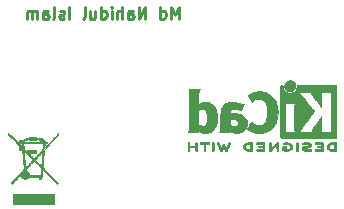
<source format=gbr>
%TF.GenerationSoftware,KiCad,Pcbnew,8.0.5*%
%TF.CreationDate,2024-09-30T08:41:21+06:00*%
%TF.ProjectId,MCU Datalogger,4d435520-4461-4746-916c-6f676765722e,rev?*%
%TF.SameCoordinates,Original*%
%TF.FileFunction,Legend,Bot*%
%TF.FilePolarity,Positive*%
%FSLAX46Y46*%
G04 Gerber Fmt 4.6, Leading zero omitted, Abs format (unit mm)*
G04 Created by KiCad (PCBNEW 8.0.5) date 2024-09-30 08:41:21*
%MOMM*%
%LPD*%
G01*
G04 APERTURE LIST*
%ADD10C,0.250000*%
%ADD11C,0.010000*%
G04 APERTURE END LIST*
D10*
X105820231Y-62450219D02*
X105820231Y-61450219D01*
X105820231Y-61450219D02*
X105486898Y-62164504D01*
X105486898Y-62164504D02*
X105153565Y-61450219D01*
X105153565Y-61450219D02*
X105153565Y-62450219D01*
X104248803Y-62450219D02*
X104248803Y-61450219D01*
X104248803Y-62402600D02*
X104344041Y-62450219D01*
X104344041Y-62450219D02*
X104534517Y-62450219D01*
X104534517Y-62450219D02*
X104629755Y-62402600D01*
X104629755Y-62402600D02*
X104677374Y-62354980D01*
X104677374Y-62354980D02*
X104724993Y-62259742D01*
X104724993Y-62259742D02*
X104724993Y-61974028D01*
X104724993Y-61974028D02*
X104677374Y-61878790D01*
X104677374Y-61878790D02*
X104629755Y-61831171D01*
X104629755Y-61831171D02*
X104534517Y-61783552D01*
X104534517Y-61783552D02*
X104344041Y-61783552D01*
X104344041Y-61783552D02*
X104248803Y-61831171D01*
X103010707Y-62450219D02*
X103010707Y-61450219D01*
X103010707Y-61450219D02*
X102439279Y-62450219D01*
X102439279Y-62450219D02*
X102439279Y-61450219D01*
X101534517Y-62450219D02*
X101534517Y-61926409D01*
X101534517Y-61926409D02*
X101582136Y-61831171D01*
X101582136Y-61831171D02*
X101677374Y-61783552D01*
X101677374Y-61783552D02*
X101867850Y-61783552D01*
X101867850Y-61783552D02*
X101963088Y-61831171D01*
X101534517Y-62402600D02*
X101629755Y-62450219D01*
X101629755Y-62450219D02*
X101867850Y-62450219D01*
X101867850Y-62450219D02*
X101963088Y-62402600D01*
X101963088Y-62402600D02*
X102010707Y-62307361D01*
X102010707Y-62307361D02*
X102010707Y-62212123D01*
X102010707Y-62212123D02*
X101963088Y-62116885D01*
X101963088Y-62116885D02*
X101867850Y-62069266D01*
X101867850Y-62069266D02*
X101629755Y-62069266D01*
X101629755Y-62069266D02*
X101534517Y-62021647D01*
X101058326Y-62450219D02*
X101058326Y-61450219D01*
X100629755Y-62450219D02*
X100629755Y-61926409D01*
X100629755Y-61926409D02*
X100677374Y-61831171D01*
X100677374Y-61831171D02*
X100772612Y-61783552D01*
X100772612Y-61783552D02*
X100915469Y-61783552D01*
X100915469Y-61783552D02*
X101010707Y-61831171D01*
X101010707Y-61831171D02*
X101058326Y-61878790D01*
X100153564Y-62450219D02*
X100153564Y-61783552D01*
X100153564Y-61450219D02*
X100201183Y-61497838D01*
X100201183Y-61497838D02*
X100153564Y-61545457D01*
X100153564Y-61545457D02*
X100105945Y-61497838D01*
X100105945Y-61497838D02*
X100153564Y-61450219D01*
X100153564Y-61450219D02*
X100153564Y-61545457D01*
X99248803Y-62450219D02*
X99248803Y-61450219D01*
X99248803Y-62402600D02*
X99344041Y-62450219D01*
X99344041Y-62450219D02*
X99534517Y-62450219D01*
X99534517Y-62450219D02*
X99629755Y-62402600D01*
X99629755Y-62402600D02*
X99677374Y-62354980D01*
X99677374Y-62354980D02*
X99724993Y-62259742D01*
X99724993Y-62259742D02*
X99724993Y-61974028D01*
X99724993Y-61974028D02*
X99677374Y-61878790D01*
X99677374Y-61878790D02*
X99629755Y-61831171D01*
X99629755Y-61831171D02*
X99534517Y-61783552D01*
X99534517Y-61783552D02*
X99344041Y-61783552D01*
X99344041Y-61783552D02*
X99248803Y-61831171D01*
X98344041Y-61783552D02*
X98344041Y-62450219D01*
X98772612Y-61783552D02*
X98772612Y-62307361D01*
X98772612Y-62307361D02*
X98724993Y-62402600D01*
X98724993Y-62402600D02*
X98629755Y-62450219D01*
X98629755Y-62450219D02*
X98486898Y-62450219D01*
X98486898Y-62450219D02*
X98391660Y-62402600D01*
X98391660Y-62402600D02*
X98344041Y-62354980D01*
X97724993Y-62450219D02*
X97820231Y-62402600D01*
X97820231Y-62402600D02*
X97867850Y-62307361D01*
X97867850Y-62307361D02*
X97867850Y-61450219D01*
X96582135Y-62450219D02*
X96582135Y-61450219D01*
X96153564Y-62402600D02*
X96058326Y-62450219D01*
X96058326Y-62450219D02*
X95867850Y-62450219D01*
X95867850Y-62450219D02*
X95772612Y-62402600D01*
X95772612Y-62402600D02*
X95724993Y-62307361D01*
X95724993Y-62307361D02*
X95724993Y-62259742D01*
X95724993Y-62259742D02*
X95772612Y-62164504D01*
X95772612Y-62164504D02*
X95867850Y-62116885D01*
X95867850Y-62116885D02*
X96010707Y-62116885D01*
X96010707Y-62116885D02*
X96105945Y-62069266D01*
X96105945Y-62069266D02*
X96153564Y-61974028D01*
X96153564Y-61974028D02*
X96153564Y-61926409D01*
X96153564Y-61926409D02*
X96105945Y-61831171D01*
X96105945Y-61831171D02*
X96010707Y-61783552D01*
X96010707Y-61783552D02*
X95867850Y-61783552D01*
X95867850Y-61783552D02*
X95772612Y-61831171D01*
X95153564Y-62450219D02*
X95248802Y-62402600D01*
X95248802Y-62402600D02*
X95296421Y-62307361D01*
X95296421Y-62307361D02*
X95296421Y-61450219D01*
X94344040Y-62450219D02*
X94344040Y-61926409D01*
X94344040Y-61926409D02*
X94391659Y-61831171D01*
X94391659Y-61831171D02*
X94486897Y-61783552D01*
X94486897Y-61783552D02*
X94677373Y-61783552D01*
X94677373Y-61783552D02*
X94772611Y-61831171D01*
X94344040Y-62402600D02*
X94439278Y-62450219D01*
X94439278Y-62450219D02*
X94677373Y-62450219D01*
X94677373Y-62450219D02*
X94772611Y-62402600D01*
X94772611Y-62402600D02*
X94820230Y-62307361D01*
X94820230Y-62307361D02*
X94820230Y-62212123D01*
X94820230Y-62212123D02*
X94772611Y-62116885D01*
X94772611Y-62116885D02*
X94677373Y-62069266D01*
X94677373Y-62069266D02*
X94439278Y-62069266D01*
X94439278Y-62069266D02*
X94344040Y-62021647D01*
X93867849Y-62450219D02*
X93867849Y-61783552D01*
X93867849Y-61878790D02*
X93820230Y-61831171D01*
X93820230Y-61831171D02*
X93724992Y-61783552D01*
X93724992Y-61783552D02*
X93582135Y-61783552D01*
X93582135Y-61783552D02*
X93486897Y-61831171D01*
X93486897Y-61831171D02*
X93439278Y-61926409D01*
X93439278Y-61926409D02*
X93439278Y-62450219D01*
X93439278Y-61926409D02*
X93391659Y-61831171D01*
X93391659Y-61831171D02*
X93296421Y-61783552D01*
X93296421Y-61783552D02*
X93153564Y-61783552D01*
X93153564Y-61783552D02*
X93058325Y-61831171D01*
X93058325Y-61831171D02*
X93010706Y-61926409D01*
X93010706Y-61926409D02*
X93010706Y-62450219D01*
D11*
%TO.C,REF\u002A\u002A*%
X94264694Y-72608918D02*
X94265188Y-72621868D01*
X94271619Y-72643611D01*
X94289923Y-72662051D01*
X94325630Y-72684001D01*
X94356974Y-72704054D01*
X94404693Y-72742556D01*
X94447938Y-72785779D01*
X94481019Y-72827827D01*
X94498242Y-72862804D01*
X94502462Y-72876281D01*
X94510280Y-72885534D01*
X94512916Y-72888654D01*
X94534462Y-72893896D01*
X94574114Y-72894982D01*
X94641909Y-72894982D01*
X94641909Y-73008151D01*
X94482377Y-73008151D01*
X94467482Y-73185932D01*
X94465482Y-73210237D01*
X94460823Y-73271080D01*
X94457531Y-73320589D01*
X94455892Y-73354192D01*
X94456190Y-73367316D01*
X94460524Y-73363543D01*
X94480296Y-73343876D01*
X94514479Y-73309018D01*
X94561341Y-73260776D01*
X94619154Y-73200957D01*
X94686187Y-73131367D01*
X94760712Y-73053815D01*
X94840997Y-72970107D01*
X94925313Y-72882049D01*
X95011930Y-72791450D01*
X95099119Y-72700115D01*
X95185149Y-72609853D01*
X95268292Y-72522469D01*
X95346816Y-72439772D01*
X95418992Y-72363568D01*
X95483091Y-72295663D01*
X95537383Y-72237866D01*
X95634392Y-72134240D01*
X95634834Y-72222515D01*
X95635275Y-72310789D01*
X95034738Y-72942358D01*
X94434201Y-73573926D01*
X94422196Y-73717874D01*
X94374165Y-74293835D01*
X94365676Y-74395991D01*
X94355143Y-74523812D01*
X94345421Y-74642967D01*
X94336698Y-74751114D01*
X94329158Y-74845913D01*
X94322987Y-74925019D01*
X94318373Y-74986092D01*
X94315500Y-75026790D01*
X94314554Y-75044770D01*
X94317051Y-75053008D01*
X94328271Y-75070799D01*
X94349551Y-75097611D01*
X94359821Y-75109329D01*
X94382025Y-75134666D01*
X94426823Y-75183186D01*
X94485081Y-75244392D01*
X94557929Y-75319507D01*
X94646503Y-75409750D01*
X94751934Y-75516345D01*
X94821292Y-75586293D01*
X94917979Y-75683858D01*
X95014326Y-75781141D01*
X95107438Y-75875214D01*
X95194418Y-75963150D01*
X95272369Y-76042020D01*
X95338396Y-76108899D01*
X95389602Y-76160858D01*
X95590314Y-76364820D01*
X95553858Y-76402871D01*
X95545260Y-76411445D01*
X95519895Y-76432497D01*
X95502495Y-76440923D01*
X95488871Y-76433730D01*
X95463543Y-76412144D01*
X95433179Y-76381195D01*
X95414696Y-76361648D01*
X95380227Y-76325952D01*
X95331512Y-76275884D01*
X95270269Y-76213201D01*
X95198220Y-76139657D01*
X95117085Y-76057010D01*
X95028584Y-75967015D01*
X94934437Y-75871428D01*
X94836365Y-75772005D01*
X94293961Y-75222543D01*
X94271866Y-75507946D01*
X94267050Y-75568862D01*
X94260016Y-75650748D01*
X94253672Y-75712769D01*
X94247548Y-75758187D01*
X94241173Y-75790262D01*
X94234077Y-75812252D01*
X94225791Y-75827419D01*
X94214193Y-75848616D01*
X94204650Y-75887586D01*
X94201810Y-75943731D01*
X94201810Y-76025973D01*
X93975474Y-76025973D01*
X93975474Y-75849933D01*
X93129882Y-75849933D01*
X93081003Y-75905462D01*
X93067636Y-75919922D01*
X92995188Y-75978013D01*
X92913332Y-76013776D01*
X92824700Y-76025973D01*
X92746492Y-76019506D01*
X92658033Y-75992247D01*
X92582307Y-75943528D01*
X92567548Y-75929603D01*
X92530664Y-75884528D01*
X92498303Y-75832019D01*
X92475097Y-75780261D01*
X92465679Y-75737439D01*
X92465497Y-75731223D01*
X92464142Y-75708446D01*
X92460600Y-75692713D01*
X92453190Y-75685268D01*
X92440231Y-75687356D01*
X92420043Y-75700220D01*
X92390945Y-75725105D01*
X92351256Y-75763253D01*
X92299296Y-75815910D01*
X92233384Y-75884319D01*
X92151840Y-75969724D01*
X92108404Y-76015312D01*
X92035800Y-76091641D01*
X91967109Y-76164008D01*
X91905023Y-76229566D01*
X91852234Y-76285474D01*
X91811434Y-76328886D01*
X91785315Y-76356958D01*
X91713919Y-76434636D01*
X91625663Y-76346616D01*
X92171490Y-75774487D01*
X92205905Y-75738388D01*
X92328346Y-75609472D01*
X92433451Y-75497954D01*
X92521536Y-75403488D01*
X92592916Y-75325729D01*
X92643388Y-75269374D01*
X92850047Y-75269374D01*
X92851672Y-75282634D01*
X92851956Y-75284019D01*
X92865498Y-75315428D01*
X92892548Y-75330063D01*
X92975929Y-75361263D01*
X93050218Y-75413238D01*
X93108646Y-75481991D01*
X93148690Y-75564515D01*
X93167826Y-75657806D01*
X93174164Y-75736765D01*
X94123638Y-75736765D01*
X94130258Y-75708473D01*
X94131429Y-75701529D01*
X94135068Y-75670481D01*
X94140034Y-75620281D01*
X94145957Y-75554927D01*
X94152469Y-75478419D01*
X94159201Y-75394755D01*
X94181524Y-75109329D01*
X93880626Y-74803765D01*
X93825436Y-74747904D01*
X93757909Y-74680088D01*
X93697329Y-74619843D01*
X93645821Y-74569252D01*
X93605510Y-74530400D01*
X93578522Y-74505370D01*
X93566982Y-74496246D01*
X93559244Y-74500605D01*
X93536195Y-74520441D01*
X93501509Y-74553575D01*
X93458287Y-74597020D01*
X93409632Y-74647787D01*
X93396940Y-74661251D01*
X93340029Y-74721475D01*
X93272214Y-74793064D01*
X93198600Y-74870637D01*
X93124293Y-74948811D01*
X93054399Y-75022205D01*
X93050201Y-75026609D01*
X92985220Y-75094985D01*
X92935636Y-75147932D01*
X92899488Y-75187967D01*
X92874816Y-75217611D01*
X92859658Y-75239381D01*
X92852056Y-75255795D01*
X92850047Y-75269374D01*
X92643388Y-75269374D01*
X92647905Y-75264331D01*
X92686819Y-75218948D01*
X92709973Y-75189235D01*
X92717682Y-75174844D01*
X92717683Y-75174759D01*
X92716625Y-75156824D01*
X92713537Y-75116621D01*
X92708658Y-75056887D01*
X92702232Y-74980358D01*
X92694500Y-74889769D01*
X92685705Y-74787857D01*
X92676087Y-74677359D01*
X92665891Y-74561011D01*
X92655356Y-74441548D01*
X92644726Y-74321707D01*
X92634242Y-74204225D01*
X92624146Y-74091837D01*
X92614681Y-73987281D01*
X92606088Y-73893291D01*
X92598609Y-73812605D01*
X92592487Y-73747959D01*
X92587962Y-73702088D01*
X92585278Y-73677730D01*
X92579867Y-73636932D01*
X92709053Y-73636932D01*
X92710708Y-73667853D01*
X92714349Y-73719853D01*
X92719795Y-73790687D01*
X92726863Y-73878111D01*
X92735370Y-73979881D01*
X92745135Y-74093752D01*
X92755974Y-74217479D01*
X92767707Y-74348818D01*
X92776879Y-74450108D01*
X92788366Y-74575726D01*
X92799122Y-74691962D01*
X92808931Y-74796580D01*
X92817581Y-74887340D01*
X92824857Y-74962004D01*
X92830546Y-75018334D01*
X92834434Y-75054091D01*
X92836306Y-75067037D01*
X92841988Y-75063026D01*
X92862820Y-75043338D01*
X92896672Y-75009522D01*
X92941212Y-74964037D01*
X92994110Y-74909346D01*
X93053036Y-74847910D01*
X93115658Y-74782190D01*
X93179648Y-74714649D01*
X93242674Y-74647747D01*
X93302406Y-74583946D01*
X93356513Y-74525707D01*
X93402665Y-74475492D01*
X93438533Y-74435763D01*
X93461784Y-74408980D01*
X93468578Y-74399677D01*
X93650401Y-74399677D01*
X93926105Y-74675168D01*
X93993526Y-74742424D01*
X94057067Y-74805362D01*
X94106290Y-74853300D01*
X94142996Y-74887794D01*
X94168990Y-74910399D01*
X94186076Y-74922671D01*
X94196056Y-74926166D01*
X94200735Y-74922438D01*
X94201916Y-74913044D01*
X94202673Y-74897949D01*
X94205401Y-74859083D01*
X94209908Y-74800095D01*
X94215979Y-74723673D01*
X94223396Y-74632505D01*
X94231942Y-74529280D01*
X94241402Y-74416683D01*
X94251558Y-74297405D01*
X94260523Y-74192277D01*
X94269866Y-74081551D01*
X94278243Y-73981014D01*
X94285453Y-73893143D01*
X94291296Y-73820415D01*
X94295569Y-73765310D01*
X94298073Y-73730304D01*
X94298605Y-73717874D01*
X94298184Y-73718108D01*
X94286309Y-73729550D01*
X94259930Y-73756398D01*
X94221370Y-73796218D01*
X94172953Y-73846572D01*
X94117003Y-73905028D01*
X94055842Y-73969148D01*
X93991795Y-74036498D01*
X93927185Y-74104643D01*
X93864335Y-74171148D01*
X93805568Y-74233577D01*
X93753209Y-74289495D01*
X93652333Y-74397606D01*
X93650401Y-74399677D01*
X93468578Y-74399677D01*
X93470090Y-74397606D01*
X93461948Y-74386583D01*
X93438278Y-74360199D01*
X93401278Y-74320727D01*
X93353150Y-74270391D01*
X93296096Y-74211417D01*
X93232320Y-74146030D01*
X93164022Y-74076455D01*
X93093405Y-74004916D01*
X93022671Y-73933638D01*
X92954022Y-73864847D01*
X92889661Y-73800766D01*
X92831789Y-73743622D01*
X92782610Y-73695639D01*
X92744324Y-73659041D01*
X92719134Y-73636054D01*
X92709242Y-73628903D01*
X92709053Y-73636932D01*
X92579867Y-73636932D01*
X92578190Y-73624289D01*
X92303097Y-73624289D01*
X92302768Y-73413671D01*
X92302597Y-73304372D01*
X92403691Y-73304372D01*
X92403691Y-73523695D01*
X92485424Y-73523695D01*
X92492695Y-73523689D01*
X92533750Y-73522813D01*
X92556077Y-73519067D01*
X92565329Y-73510470D01*
X92567157Y-73495040D01*
X92559106Y-73472359D01*
X92531530Y-73434628D01*
X92485424Y-73385379D01*
X92403691Y-73304372D01*
X92302597Y-73304372D01*
X92302439Y-73203052D01*
X91850714Y-72744091D01*
X91398989Y-72285131D01*
X91398370Y-72198048D01*
X91397751Y-72110967D01*
X91939569Y-72660152D01*
X91991937Y-72713198D01*
X92100603Y-72822972D01*
X92193509Y-72916314D01*
X92271855Y-72994373D01*
X92336843Y-73058297D01*
X92389672Y-73109235D01*
X92431543Y-73148335D01*
X92463655Y-73176748D01*
X92487210Y-73195620D01*
X92503408Y-73206101D01*
X92513449Y-73209339D01*
X92530379Y-73208358D01*
X92539884Y-73201196D01*
X92541523Y-73181601D01*
X92537582Y-73143324D01*
X92534865Y-73119225D01*
X92531084Y-73078944D01*
X92529560Y-73052161D01*
X92528815Y-73042928D01*
X92521546Y-73033039D01*
X92501468Y-73029762D01*
X92462489Y-73031192D01*
X92452537Y-73031753D01*
X92412698Y-73031121D01*
X92384360Y-73022367D01*
X92364386Y-73008151D01*
X92647652Y-73008151D01*
X92651813Y-73055304D01*
X92653735Y-73076698D01*
X92659724Y-73135109D01*
X92665626Y-73173581D01*
X92672527Y-73196112D01*
X92681512Y-73206698D01*
X92693670Y-73209339D01*
X92704601Y-73211137D01*
X92711850Y-73219730D01*
X92715900Y-73239705D01*
X92717663Y-73275650D01*
X92718048Y-73332152D01*
X92718048Y-73454966D01*
X92758247Y-73495040D01*
X92856365Y-73592854D01*
X92994681Y-73730742D01*
X92994681Y-73624289D01*
X93749137Y-73624289D01*
X93749137Y-73863200D01*
X93130631Y-73863200D01*
X93340392Y-74080106D01*
X93380570Y-74121534D01*
X93436128Y-74178400D01*
X93484370Y-74227282D01*
X93522771Y-74265641D01*
X93548803Y-74290941D01*
X93559940Y-74300642D01*
X93564173Y-74297967D01*
X93584024Y-74279982D01*
X93618251Y-74246681D01*
X93665027Y-74199912D01*
X93722524Y-74141525D01*
X93788912Y-74073369D01*
X93862364Y-73997294D01*
X93941051Y-73915150D01*
X94020141Y-73832143D01*
X94097671Y-73750336D01*
X94160546Y-73683283D01*
X94210302Y-73629207D01*
X94248478Y-73586329D01*
X94276611Y-73552873D01*
X94296240Y-73527061D01*
X94308901Y-73507114D01*
X94316134Y-73491256D01*
X94319475Y-73477709D01*
X94320361Y-73471110D01*
X94324288Y-73434748D01*
X94329259Y-73381218D01*
X94334727Y-73316621D01*
X94340144Y-73247062D01*
X94341981Y-73222835D01*
X94347288Y-73157378D01*
X94352348Y-73100917D01*
X94356663Y-73058818D01*
X94359734Y-73036443D01*
X94365755Y-73008151D01*
X92647652Y-73008151D01*
X92364386Y-73008151D01*
X92356430Y-73002489D01*
X92351620Y-72998304D01*
X92312282Y-72947627D01*
X92296703Y-72894982D01*
X92637498Y-72894982D01*
X94052021Y-72894982D01*
X94049972Y-72844685D01*
X94264681Y-72844685D01*
X94264681Y-72894982D01*
X94321708Y-72894982D01*
X94338793Y-72894862D01*
X94364108Y-72892662D01*
X94371416Y-72885534D01*
X94365743Y-72870708D01*
X94364067Y-72867882D01*
X94345248Y-72846144D01*
X94317983Y-72822020D01*
X94290787Y-72802454D01*
X94272171Y-72794388D01*
X94270497Y-72795663D01*
X94266344Y-72813176D01*
X94264681Y-72844685D01*
X94049972Y-72844685D01*
X94048326Y-72804295D01*
X94044632Y-72713607D01*
X93969186Y-72698452D01*
X93931351Y-72691579D01*
X93868168Y-72681956D01*
X93808865Y-72674696D01*
X93723988Y-72666093D01*
X93723988Y-72769240D01*
X93145573Y-72769240D01*
X93145573Y-72678322D01*
X93073271Y-72686953D01*
X92962798Y-72705449D01*
X92851616Y-72738891D01*
X92759650Y-72785524D01*
X92685342Y-72845986D01*
X92637498Y-72894982D01*
X92296703Y-72894982D01*
X92294972Y-72889134D01*
X92300274Y-72827775D01*
X92328775Y-72768497D01*
X92331533Y-72764806D01*
X92369622Y-72733051D01*
X92419276Y-72714267D01*
X92472802Y-72709271D01*
X92522507Y-72718878D01*
X92560700Y-72743904D01*
X92573631Y-72756680D01*
X92586228Y-72759776D01*
X92604267Y-72750198D01*
X92634728Y-72726282D01*
X92644074Y-72718931D01*
X92716230Y-72672539D01*
X92801715Y-72631284D01*
X92871630Y-72605775D01*
X93246167Y-72605775D01*
X93246167Y-72668646D01*
X93623394Y-72668646D01*
X93623394Y-72605775D01*
X93246167Y-72605775D01*
X92871630Y-72605775D01*
X92892567Y-72598136D01*
X92980827Y-72576068D01*
X93058536Y-72568052D01*
X93066791Y-72567988D01*
X93112679Y-72563521D01*
X93137879Y-72550995D01*
X93145573Y-72528984D01*
X93146476Y-72522049D01*
X93151415Y-72516085D01*
X93163411Y-72511719D01*
X93185480Y-72508703D01*
X93220636Y-72506790D01*
X93271894Y-72505730D01*
X93342271Y-72505277D01*
X93434780Y-72505180D01*
X93521460Y-72505350D01*
X93595132Y-72506034D01*
X93649065Y-72507415D01*
X93686088Y-72509670D01*
X93709030Y-72512978D01*
X93720720Y-72517520D01*
X93723988Y-72523472D01*
X93734737Y-72538088D01*
X93764855Y-72547415D01*
X93776382Y-72549047D01*
X93815686Y-72554791D01*
X93867988Y-72562578D01*
X93925176Y-72571203D01*
X93956716Y-72575593D01*
X94002874Y-72580348D01*
X94035441Y-72581495D01*
X94048823Y-72578695D01*
X94051108Y-72576871D01*
X94072205Y-72572365D01*
X94110155Y-72569229D01*
X94158848Y-72568052D01*
X94264681Y-72568052D01*
X94264694Y-72605775D01*
X94264694Y-72608918D01*
G36*
X94264694Y-72608918D02*
G01*
X94265188Y-72621868D01*
X94271619Y-72643611D01*
X94289923Y-72662051D01*
X94325630Y-72684001D01*
X94356974Y-72704054D01*
X94404693Y-72742556D01*
X94447938Y-72785779D01*
X94481019Y-72827827D01*
X94498242Y-72862804D01*
X94502462Y-72876281D01*
X94510280Y-72885534D01*
X94512916Y-72888654D01*
X94534462Y-72893896D01*
X94574114Y-72894982D01*
X94641909Y-72894982D01*
X94641909Y-73008151D01*
X94482377Y-73008151D01*
X94467482Y-73185932D01*
X94465482Y-73210237D01*
X94460823Y-73271080D01*
X94457531Y-73320589D01*
X94455892Y-73354192D01*
X94456190Y-73367316D01*
X94460524Y-73363543D01*
X94480296Y-73343876D01*
X94514479Y-73309018D01*
X94561341Y-73260776D01*
X94619154Y-73200957D01*
X94686187Y-73131367D01*
X94760712Y-73053815D01*
X94840997Y-72970107D01*
X94925313Y-72882049D01*
X95011930Y-72791450D01*
X95099119Y-72700115D01*
X95185149Y-72609853D01*
X95268292Y-72522469D01*
X95346816Y-72439772D01*
X95418992Y-72363568D01*
X95483091Y-72295663D01*
X95537383Y-72237866D01*
X95634392Y-72134240D01*
X95634834Y-72222515D01*
X95635275Y-72310789D01*
X95034738Y-72942358D01*
X94434201Y-73573926D01*
X94422196Y-73717874D01*
X94374165Y-74293835D01*
X94365676Y-74395991D01*
X94355143Y-74523812D01*
X94345421Y-74642967D01*
X94336698Y-74751114D01*
X94329158Y-74845913D01*
X94322987Y-74925019D01*
X94318373Y-74986092D01*
X94315500Y-75026790D01*
X94314554Y-75044770D01*
X94317051Y-75053008D01*
X94328271Y-75070799D01*
X94349551Y-75097611D01*
X94359821Y-75109329D01*
X94382025Y-75134666D01*
X94426823Y-75183186D01*
X94485081Y-75244392D01*
X94557929Y-75319507D01*
X94646503Y-75409750D01*
X94751934Y-75516345D01*
X94821292Y-75586293D01*
X94917979Y-75683858D01*
X95014326Y-75781141D01*
X95107438Y-75875214D01*
X95194418Y-75963150D01*
X95272369Y-76042020D01*
X95338396Y-76108899D01*
X95389602Y-76160858D01*
X95590314Y-76364820D01*
X95553858Y-76402871D01*
X95545260Y-76411445D01*
X95519895Y-76432497D01*
X95502495Y-76440923D01*
X95488871Y-76433730D01*
X95463543Y-76412144D01*
X95433179Y-76381195D01*
X95414696Y-76361648D01*
X95380227Y-76325952D01*
X95331512Y-76275884D01*
X95270269Y-76213201D01*
X95198220Y-76139657D01*
X95117085Y-76057010D01*
X95028584Y-75967015D01*
X94934437Y-75871428D01*
X94836365Y-75772005D01*
X94293961Y-75222543D01*
X94271866Y-75507946D01*
X94267050Y-75568862D01*
X94260016Y-75650748D01*
X94253672Y-75712769D01*
X94247548Y-75758187D01*
X94241173Y-75790262D01*
X94234077Y-75812252D01*
X94225791Y-75827419D01*
X94214193Y-75848616D01*
X94204650Y-75887586D01*
X94201810Y-75943731D01*
X94201810Y-76025973D01*
X93975474Y-76025973D01*
X93975474Y-75849933D01*
X93129882Y-75849933D01*
X93081003Y-75905462D01*
X93067636Y-75919922D01*
X92995188Y-75978013D01*
X92913332Y-76013776D01*
X92824700Y-76025973D01*
X92746492Y-76019506D01*
X92658033Y-75992247D01*
X92582307Y-75943528D01*
X92567548Y-75929603D01*
X92530664Y-75884528D01*
X92498303Y-75832019D01*
X92475097Y-75780261D01*
X92465679Y-75737439D01*
X92465497Y-75731223D01*
X92464142Y-75708446D01*
X92460600Y-75692713D01*
X92453190Y-75685268D01*
X92440231Y-75687356D01*
X92420043Y-75700220D01*
X92390945Y-75725105D01*
X92351256Y-75763253D01*
X92299296Y-75815910D01*
X92233384Y-75884319D01*
X92151840Y-75969724D01*
X92108404Y-76015312D01*
X92035800Y-76091641D01*
X91967109Y-76164008D01*
X91905023Y-76229566D01*
X91852234Y-76285474D01*
X91811434Y-76328886D01*
X91785315Y-76356958D01*
X91713919Y-76434636D01*
X91625663Y-76346616D01*
X92171490Y-75774487D01*
X92205905Y-75738388D01*
X92328346Y-75609472D01*
X92433451Y-75497954D01*
X92521536Y-75403488D01*
X92592916Y-75325729D01*
X92643388Y-75269374D01*
X92850047Y-75269374D01*
X92851672Y-75282634D01*
X92851956Y-75284019D01*
X92865498Y-75315428D01*
X92892548Y-75330063D01*
X92975929Y-75361263D01*
X93050218Y-75413238D01*
X93108646Y-75481991D01*
X93148690Y-75564515D01*
X93167826Y-75657806D01*
X93174164Y-75736765D01*
X94123638Y-75736765D01*
X94130258Y-75708473D01*
X94131429Y-75701529D01*
X94135068Y-75670481D01*
X94140034Y-75620281D01*
X94145957Y-75554927D01*
X94152469Y-75478419D01*
X94159201Y-75394755D01*
X94181524Y-75109329D01*
X93880626Y-74803765D01*
X93825436Y-74747904D01*
X93757909Y-74680088D01*
X93697329Y-74619843D01*
X93645821Y-74569252D01*
X93605510Y-74530400D01*
X93578522Y-74505370D01*
X93566982Y-74496246D01*
X93559244Y-74500605D01*
X93536195Y-74520441D01*
X93501509Y-74553575D01*
X93458287Y-74597020D01*
X93409632Y-74647787D01*
X93396940Y-74661251D01*
X93340029Y-74721475D01*
X93272214Y-74793064D01*
X93198600Y-74870637D01*
X93124293Y-74948811D01*
X93054399Y-75022205D01*
X93050201Y-75026609D01*
X92985220Y-75094985D01*
X92935636Y-75147932D01*
X92899488Y-75187967D01*
X92874816Y-75217611D01*
X92859658Y-75239381D01*
X92852056Y-75255795D01*
X92850047Y-75269374D01*
X92643388Y-75269374D01*
X92647905Y-75264331D01*
X92686819Y-75218948D01*
X92709973Y-75189235D01*
X92717682Y-75174844D01*
X92717683Y-75174759D01*
X92716625Y-75156824D01*
X92713537Y-75116621D01*
X92708658Y-75056887D01*
X92702232Y-74980358D01*
X92694500Y-74889769D01*
X92685705Y-74787857D01*
X92676087Y-74677359D01*
X92665891Y-74561011D01*
X92655356Y-74441548D01*
X92644726Y-74321707D01*
X92634242Y-74204225D01*
X92624146Y-74091837D01*
X92614681Y-73987281D01*
X92606088Y-73893291D01*
X92598609Y-73812605D01*
X92592487Y-73747959D01*
X92587962Y-73702088D01*
X92585278Y-73677730D01*
X92579867Y-73636932D01*
X92709053Y-73636932D01*
X92710708Y-73667853D01*
X92714349Y-73719853D01*
X92719795Y-73790687D01*
X92726863Y-73878111D01*
X92735370Y-73979881D01*
X92745135Y-74093752D01*
X92755974Y-74217479D01*
X92767707Y-74348818D01*
X92776879Y-74450108D01*
X92788366Y-74575726D01*
X92799122Y-74691962D01*
X92808931Y-74796580D01*
X92817581Y-74887340D01*
X92824857Y-74962004D01*
X92830546Y-75018334D01*
X92834434Y-75054091D01*
X92836306Y-75067037D01*
X92841988Y-75063026D01*
X92862820Y-75043338D01*
X92896672Y-75009522D01*
X92941212Y-74964037D01*
X92994110Y-74909346D01*
X93053036Y-74847910D01*
X93115658Y-74782190D01*
X93179648Y-74714649D01*
X93242674Y-74647747D01*
X93302406Y-74583946D01*
X93356513Y-74525707D01*
X93402665Y-74475492D01*
X93438533Y-74435763D01*
X93461784Y-74408980D01*
X93468578Y-74399677D01*
X93650401Y-74399677D01*
X93926105Y-74675168D01*
X93993526Y-74742424D01*
X94057067Y-74805362D01*
X94106290Y-74853300D01*
X94142996Y-74887794D01*
X94168990Y-74910399D01*
X94186076Y-74922671D01*
X94196056Y-74926166D01*
X94200735Y-74922438D01*
X94201916Y-74913044D01*
X94202673Y-74897949D01*
X94205401Y-74859083D01*
X94209908Y-74800095D01*
X94215979Y-74723673D01*
X94223396Y-74632505D01*
X94231942Y-74529280D01*
X94241402Y-74416683D01*
X94251558Y-74297405D01*
X94260523Y-74192277D01*
X94269866Y-74081551D01*
X94278243Y-73981014D01*
X94285453Y-73893143D01*
X94291296Y-73820415D01*
X94295569Y-73765310D01*
X94298073Y-73730304D01*
X94298605Y-73717874D01*
X94298184Y-73718108D01*
X94286309Y-73729550D01*
X94259930Y-73756398D01*
X94221370Y-73796218D01*
X94172953Y-73846572D01*
X94117003Y-73905028D01*
X94055842Y-73969148D01*
X93991795Y-74036498D01*
X93927185Y-74104643D01*
X93864335Y-74171148D01*
X93805568Y-74233577D01*
X93753209Y-74289495D01*
X93652333Y-74397606D01*
X93650401Y-74399677D01*
X93468578Y-74399677D01*
X93470090Y-74397606D01*
X93461948Y-74386583D01*
X93438278Y-74360199D01*
X93401278Y-74320727D01*
X93353150Y-74270391D01*
X93296096Y-74211417D01*
X93232320Y-74146030D01*
X93164022Y-74076455D01*
X93093405Y-74004916D01*
X93022671Y-73933638D01*
X92954022Y-73864847D01*
X92889661Y-73800766D01*
X92831789Y-73743622D01*
X92782610Y-73695639D01*
X92744324Y-73659041D01*
X92719134Y-73636054D01*
X92709242Y-73628903D01*
X92709053Y-73636932D01*
X92579867Y-73636932D01*
X92578190Y-73624289D01*
X92303097Y-73624289D01*
X92302768Y-73413671D01*
X92302597Y-73304372D01*
X92403691Y-73304372D01*
X92403691Y-73523695D01*
X92485424Y-73523695D01*
X92492695Y-73523689D01*
X92533750Y-73522813D01*
X92556077Y-73519067D01*
X92565329Y-73510470D01*
X92567157Y-73495040D01*
X92559106Y-73472359D01*
X92531530Y-73434628D01*
X92485424Y-73385379D01*
X92403691Y-73304372D01*
X92302597Y-73304372D01*
X92302439Y-73203052D01*
X91850714Y-72744091D01*
X91398989Y-72285131D01*
X91398370Y-72198048D01*
X91397751Y-72110967D01*
X91939569Y-72660152D01*
X91991937Y-72713198D01*
X92100603Y-72822972D01*
X92193509Y-72916314D01*
X92271855Y-72994373D01*
X92336843Y-73058297D01*
X92389672Y-73109235D01*
X92431543Y-73148335D01*
X92463655Y-73176748D01*
X92487210Y-73195620D01*
X92503408Y-73206101D01*
X92513449Y-73209339D01*
X92530379Y-73208358D01*
X92539884Y-73201196D01*
X92541523Y-73181601D01*
X92537582Y-73143324D01*
X92534865Y-73119225D01*
X92531084Y-73078944D01*
X92529560Y-73052161D01*
X92528815Y-73042928D01*
X92521546Y-73033039D01*
X92501468Y-73029762D01*
X92462489Y-73031192D01*
X92452537Y-73031753D01*
X92412698Y-73031121D01*
X92384360Y-73022367D01*
X92364386Y-73008151D01*
X92647652Y-73008151D01*
X92651813Y-73055304D01*
X92653735Y-73076698D01*
X92659724Y-73135109D01*
X92665626Y-73173581D01*
X92672527Y-73196112D01*
X92681512Y-73206698D01*
X92693670Y-73209339D01*
X92704601Y-73211137D01*
X92711850Y-73219730D01*
X92715900Y-73239705D01*
X92717663Y-73275650D01*
X92718048Y-73332152D01*
X92718048Y-73454966D01*
X92758247Y-73495040D01*
X92856365Y-73592854D01*
X92994681Y-73730742D01*
X92994681Y-73624289D01*
X93749137Y-73624289D01*
X93749137Y-73863200D01*
X93130631Y-73863200D01*
X93340392Y-74080106D01*
X93380570Y-74121534D01*
X93436128Y-74178400D01*
X93484370Y-74227282D01*
X93522771Y-74265641D01*
X93548803Y-74290941D01*
X93559940Y-74300642D01*
X93564173Y-74297967D01*
X93584024Y-74279982D01*
X93618251Y-74246681D01*
X93665027Y-74199912D01*
X93722524Y-74141525D01*
X93788912Y-74073369D01*
X93862364Y-73997294D01*
X93941051Y-73915150D01*
X94020141Y-73832143D01*
X94097671Y-73750336D01*
X94160546Y-73683283D01*
X94210302Y-73629207D01*
X94248478Y-73586329D01*
X94276611Y-73552873D01*
X94296240Y-73527061D01*
X94308901Y-73507114D01*
X94316134Y-73491256D01*
X94319475Y-73477709D01*
X94320361Y-73471110D01*
X94324288Y-73434748D01*
X94329259Y-73381218D01*
X94334727Y-73316621D01*
X94340144Y-73247062D01*
X94341981Y-73222835D01*
X94347288Y-73157378D01*
X94352348Y-73100917D01*
X94356663Y-73058818D01*
X94359734Y-73036443D01*
X94365755Y-73008151D01*
X92647652Y-73008151D01*
X92364386Y-73008151D01*
X92356430Y-73002489D01*
X92351620Y-72998304D01*
X92312282Y-72947627D01*
X92296703Y-72894982D01*
X92637498Y-72894982D01*
X94052021Y-72894982D01*
X94049972Y-72844685D01*
X94264681Y-72844685D01*
X94264681Y-72894982D01*
X94321708Y-72894982D01*
X94338793Y-72894862D01*
X94364108Y-72892662D01*
X94371416Y-72885534D01*
X94365743Y-72870708D01*
X94364067Y-72867882D01*
X94345248Y-72846144D01*
X94317983Y-72822020D01*
X94290787Y-72802454D01*
X94272171Y-72794388D01*
X94270497Y-72795663D01*
X94266344Y-72813176D01*
X94264681Y-72844685D01*
X94049972Y-72844685D01*
X94048326Y-72804295D01*
X94044632Y-72713607D01*
X93969186Y-72698452D01*
X93931351Y-72691579D01*
X93868168Y-72681956D01*
X93808865Y-72674696D01*
X93723988Y-72666093D01*
X93723988Y-72769240D01*
X93145573Y-72769240D01*
X93145573Y-72678322D01*
X93073271Y-72686953D01*
X92962798Y-72705449D01*
X92851616Y-72738891D01*
X92759650Y-72785524D01*
X92685342Y-72845986D01*
X92637498Y-72894982D01*
X92296703Y-72894982D01*
X92294972Y-72889134D01*
X92300274Y-72827775D01*
X92328775Y-72768497D01*
X92331533Y-72764806D01*
X92369622Y-72733051D01*
X92419276Y-72714267D01*
X92472802Y-72709271D01*
X92522507Y-72718878D01*
X92560700Y-72743904D01*
X92573631Y-72756680D01*
X92586228Y-72759776D01*
X92604267Y-72750198D01*
X92634728Y-72726282D01*
X92644074Y-72718931D01*
X92716230Y-72672539D01*
X92801715Y-72631284D01*
X92871630Y-72605775D01*
X93246167Y-72605775D01*
X93246167Y-72668646D01*
X93623394Y-72668646D01*
X93623394Y-72605775D01*
X93246167Y-72605775D01*
X92871630Y-72605775D01*
X92892567Y-72598136D01*
X92980827Y-72576068D01*
X93058536Y-72568052D01*
X93066791Y-72567988D01*
X93112679Y-72563521D01*
X93137879Y-72550995D01*
X93145573Y-72528984D01*
X93146476Y-72522049D01*
X93151415Y-72516085D01*
X93163411Y-72511719D01*
X93185480Y-72508703D01*
X93220636Y-72506790D01*
X93271894Y-72505730D01*
X93342271Y-72505277D01*
X93434780Y-72505180D01*
X93521460Y-72505350D01*
X93595132Y-72506034D01*
X93649065Y-72507415D01*
X93686088Y-72509670D01*
X93709030Y-72512978D01*
X93720720Y-72517520D01*
X93723988Y-72523472D01*
X93734737Y-72538088D01*
X93764855Y-72547415D01*
X93776382Y-72549047D01*
X93815686Y-72554791D01*
X93867988Y-72562578D01*
X93925176Y-72571203D01*
X93956716Y-72575593D01*
X94002874Y-72580348D01*
X94035441Y-72581495D01*
X94048823Y-72578695D01*
X94051108Y-72576871D01*
X94072205Y-72572365D01*
X94110155Y-72569229D01*
X94158848Y-72568052D01*
X94264681Y-72568052D01*
X94264694Y-72605775D01*
X94264694Y-72608918D01*
G37*
X95295771Y-78151022D02*
X91774978Y-78151022D01*
X91774978Y-77283398D01*
X95295771Y-77283398D01*
X95295771Y-78151022D01*
G36*
X95295771Y-78151022D02*
G01*
X91774978Y-78151022D01*
X91774978Y-77283398D01*
X95295771Y-77283398D01*
X95295771Y-78151022D01*
G37*
X108733006Y-72937749D02*
X108758727Y-72953447D01*
X108785378Y-72975027D01*
X108785378Y-73622484D01*
X108758727Y-73644064D01*
X108727367Y-73661539D01*
X108691566Y-73662375D01*
X108660128Y-73641882D01*
X108656252Y-73637216D01*
X108650786Y-73627749D01*
X108646579Y-73614067D01*
X108643467Y-73593548D01*
X108641287Y-73563568D01*
X108639876Y-73521504D01*
X108639071Y-73464732D01*
X108638707Y-73390630D01*
X108638622Y-73296573D01*
X108638622Y-72975027D01*
X108665273Y-72953447D01*
X108688986Y-72938677D01*
X108712000Y-72931867D01*
X108733006Y-72937749D01*
G36*
X108733006Y-72937749D02*
G01*
X108758727Y-72953447D01*
X108785378Y-72975027D01*
X108785378Y-73622484D01*
X108758727Y-73644064D01*
X108727367Y-73661539D01*
X108691566Y-73662375D01*
X108660128Y-73641882D01*
X108656252Y-73637216D01*
X108650786Y-73627749D01*
X108646579Y-73614067D01*
X108643467Y-73593548D01*
X108641287Y-73563568D01*
X108639876Y-73521504D01*
X108639071Y-73464732D01*
X108638707Y-73390630D01*
X108638622Y-73296573D01*
X108638622Y-72975027D01*
X108665273Y-72953447D01*
X108688986Y-72938677D01*
X108712000Y-72931867D01*
X108733006Y-72937749D01*
G37*
X115863737Y-72936263D02*
X115897891Y-72959576D01*
X115925600Y-72987285D01*
X115925600Y-73300337D01*
X115925559Y-73384367D01*
X115925301Y-73458589D01*
X115924630Y-73515341D01*
X115923352Y-73557312D01*
X115921273Y-73587189D01*
X115918199Y-73607661D01*
X115913934Y-73621414D01*
X115908284Y-73631137D01*
X115901055Y-73639517D01*
X115869591Y-73660981D01*
X115834426Y-73662747D01*
X115801422Y-73643067D01*
X115796116Y-73637198D01*
X115790666Y-73628114D01*
X115786500Y-73614773D01*
X115783446Y-73594557D01*
X115781332Y-73564849D01*
X115779986Y-73523032D01*
X115779238Y-73466489D01*
X115778914Y-73392602D01*
X115778845Y-73298756D01*
X115778884Y-73223094D01*
X115779139Y-73145185D01*
X115779783Y-73085175D01*
X115780987Y-73040448D01*
X115782924Y-73008385D01*
X115785764Y-72986371D01*
X115789679Y-72971787D01*
X115794842Y-72962018D01*
X115801422Y-72954445D01*
X115830606Y-72935423D01*
X115863737Y-72936263D01*
G36*
X115863737Y-72936263D02*
G01*
X115897891Y-72959576D01*
X115925600Y-72987285D01*
X115925600Y-73300337D01*
X115925559Y-73384367D01*
X115925301Y-73458589D01*
X115924630Y-73515341D01*
X115923352Y-73557312D01*
X115921273Y-73587189D01*
X115918199Y-73607661D01*
X115913934Y-73621414D01*
X115908284Y-73631137D01*
X115901055Y-73639517D01*
X115869591Y-73660981D01*
X115834426Y-73662747D01*
X115801422Y-73643067D01*
X115796116Y-73637198D01*
X115790666Y-73628114D01*
X115786500Y-73614773D01*
X115783446Y-73594557D01*
X115781332Y-73564849D01*
X115779986Y-73523032D01*
X115779238Y-73466489D01*
X115778914Y-73392602D01*
X115778845Y-73298756D01*
X115778884Y-73223094D01*
X115779139Y-73145185D01*
X115779783Y-73085175D01*
X115780987Y-73040448D01*
X115782924Y-73008385D01*
X115785764Y-72986371D01*
X115789679Y-72971787D01*
X115794842Y-72962018D01*
X115801422Y-72954445D01*
X115830606Y-72935423D01*
X115863737Y-72936263D01*
G37*
X115332162Y-67695650D02*
X115414913Y-67722853D01*
X115490006Y-67768284D01*
X115561898Y-67834102D01*
X115600446Y-67878367D01*
X115639856Y-67936761D01*
X115665046Y-67997386D01*
X115678461Y-68066665D01*
X115682548Y-68151022D01*
X115682269Y-68197107D01*
X115680060Y-68238250D01*
X115674494Y-68270382D01*
X115664186Y-68300922D01*
X115647748Y-68337289D01*
X115633800Y-68364528D01*
X115575265Y-68450229D01*
X115503219Y-68519417D01*
X115419547Y-68570541D01*
X115326131Y-68602050D01*
X115293034Y-68609025D01*
X115252560Y-68615894D01*
X115219599Y-68617719D01*
X115185298Y-68614747D01*
X115140800Y-68607226D01*
X115089534Y-68594802D01*
X114999034Y-68556912D01*
X114919945Y-68502636D01*
X114854128Y-68434570D01*
X114803440Y-68355311D01*
X114769740Y-68267454D01*
X114754886Y-68173595D01*
X114760736Y-68076330D01*
X114786999Y-67980020D01*
X114832018Y-67891294D01*
X114892973Y-67816219D01*
X114967784Y-67756441D01*
X115054368Y-67713609D01*
X115150643Y-67689371D01*
X115254528Y-67685376D01*
X115332162Y-67695650D01*
G36*
X115332162Y-67695650D02*
G01*
X115414913Y-67722853D01*
X115490006Y-67768284D01*
X115561898Y-67834102D01*
X115600446Y-67878367D01*
X115639856Y-67936761D01*
X115665046Y-67997386D01*
X115678461Y-68066665D01*
X115682548Y-68151022D01*
X115682269Y-68197107D01*
X115680060Y-68238250D01*
X115674494Y-68270382D01*
X115664186Y-68300922D01*
X115647748Y-68337289D01*
X115633800Y-68364528D01*
X115575265Y-68450229D01*
X115503219Y-68519417D01*
X115419547Y-68570541D01*
X115326131Y-68602050D01*
X115293034Y-68609025D01*
X115252560Y-68615894D01*
X115219599Y-68617719D01*
X115185298Y-68614747D01*
X115140800Y-68607226D01*
X115089534Y-68594802D01*
X114999034Y-68556912D01*
X114919945Y-68502636D01*
X114854128Y-68434570D01*
X114803440Y-68355311D01*
X114769740Y-68267454D01*
X114754886Y-68173595D01*
X114760736Y-68076330D01*
X114786999Y-67980020D01*
X114832018Y-67891294D01*
X114892973Y-67816219D01*
X114967784Y-67756441D01*
X115054368Y-67713609D01*
X115150643Y-67689371D01*
X115254528Y-67685376D01*
X115332162Y-67695650D01*
G37*
X108033367Y-72931868D02*
X108127490Y-72931958D01*
X108202005Y-72932298D01*
X108259411Y-72933039D01*
X108302211Y-72934335D01*
X108332904Y-72936337D01*
X108353991Y-72939196D01*
X108367973Y-72943066D01*
X108377350Y-72948098D01*
X108384622Y-72954445D01*
X108403428Y-72987162D01*
X108404875Y-73024739D01*
X108388517Y-73057978D01*
X108387157Y-73059431D01*
X108375954Y-73067792D01*
X108358852Y-73073347D01*
X108331682Y-73076640D01*
X108290278Y-73078218D01*
X108230473Y-73078622D01*
X108091111Y-73078622D01*
X108091111Y-73342389D01*
X108091036Y-73418217D01*
X108090628Y-73484883D01*
X108089646Y-73534667D01*
X108087850Y-73570584D01*
X108084999Y-73595650D01*
X108080853Y-73612881D01*
X108075171Y-73625292D01*
X108067714Y-73635900D01*
X108065424Y-73638706D01*
X108034246Y-73661348D01*
X107999866Y-73662912D01*
X107966934Y-73643067D01*
X107959955Y-73634991D01*
X107954483Y-73624393D01*
X107950463Y-73608549D01*
X107947672Y-73584573D01*
X107945888Y-73549574D01*
X107944889Y-73500664D01*
X107944452Y-73434954D01*
X107944356Y-73349556D01*
X107944356Y-73078622D01*
X107798420Y-73078622D01*
X107787320Y-73078621D01*
X107730802Y-73078396D01*
X107691958Y-73077257D01*
X107666565Y-73074457D01*
X107650404Y-73069250D01*
X107639252Y-73060889D01*
X107628889Y-73048626D01*
X107613041Y-73017938D01*
X107616143Y-72984158D01*
X107641787Y-72951622D01*
X107646729Y-72947905D01*
X107656938Y-72943069D01*
X107672364Y-72939306D01*
X107695486Y-72936483D01*
X107728783Y-72934470D01*
X107774737Y-72933133D01*
X107835828Y-72932342D01*
X107914535Y-72931963D01*
X108013340Y-72931867D01*
X108033367Y-72931868D01*
G36*
X108033367Y-72931868D02*
G01*
X108127490Y-72931958D01*
X108202005Y-72932298D01*
X108259411Y-72933039D01*
X108302211Y-72934335D01*
X108332904Y-72936337D01*
X108353991Y-72939196D01*
X108367973Y-72943066D01*
X108377350Y-72948098D01*
X108384622Y-72954445D01*
X108403428Y-72987162D01*
X108404875Y-73024739D01*
X108388517Y-73057978D01*
X108387157Y-73059431D01*
X108375954Y-73067792D01*
X108358852Y-73073347D01*
X108331682Y-73076640D01*
X108290278Y-73078218D01*
X108230473Y-73078622D01*
X108091111Y-73078622D01*
X108091111Y-73342389D01*
X108091036Y-73418217D01*
X108090628Y-73484883D01*
X108089646Y-73534667D01*
X108087850Y-73570584D01*
X108084999Y-73595650D01*
X108080853Y-73612881D01*
X108075171Y-73625292D01*
X108067714Y-73635900D01*
X108065424Y-73638706D01*
X108034246Y-73661348D01*
X107999866Y-73662912D01*
X107966934Y-73643067D01*
X107959955Y-73634991D01*
X107954483Y-73624393D01*
X107950463Y-73608549D01*
X107947672Y-73584573D01*
X107945888Y-73549574D01*
X107944889Y-73500664D01*
X107944452Y-73434954D01*
X107944356Y-73349556D01*
X107944356Y-73078622D01*
X107798420Y-73078622D01*
X107787320Y-73078621D01*
X107730802Y-73078396D01*
X107691958Y-73077257D01*
X107666565Y-73074457D01*
X107650404Y-73069250D01*
X107639252Y-73060889D01*
X107628889Y-73048626D01*
X107613041Y-73017938D01*
X107616143Y-72984158D01*
X107641787Y-72951622D01*
X107646729Y-72947905D01*
X107656938Y-72943069D01*
X107672364Y-72939306D01*
X107695486Y-72936483D01*
X107728783Y-72934470D01*
X107774737Y-72933133D01*
X107835828Y-72932342D01*
X107914535Y-72931963D01*
X108013340Y-72931867D01*
X108033367Y-72931868D01*
G37*
X107357334Y-72954445D02*
X107362966Y-72960635D01*
X107368056Y-72968841D01*
X107372143Y-72980617D01*
X107375321Y-72998076D01*
X107377687Y-73023330D01*
X107379338Y-73058490D01*
X107380369Y-73105669D01*
X107380877Y-73166977D01*
X107380959Y-73244527D01*
X107380709Y-73340431D01*
X107380225Y-73456800D01*
X107380157Y-73470975D01*
X107379571Y-73532737D01*
X107378248Y-73576420D01*
X107375703Y-73605801D01*
X107371448Y-73624655D01*
X107364996Y-73636759D01*
X107355862Y-73645889D01*
X107322404Y-73663306D01*
X107287456Y-73660404D01*
X107256553Y-73635900D01*
X107247544Y-73622697D01*
X107240092Y-73604161D01*
X107235724Y-73578133D01*
X107233669Y-73539587D01*
X107233156Y-73483500D01*
X107233156Y-73360845D01*
X106736445Y-73360845D01*
X106736445Y-73495671D01*
X106736372Y-73531462D01*
X106735609Y-73577792D01*
X106733433Y-73608326D01*
X106729136Y-73627357D01*
X106722012Y-73639174D01*
X106711355Y-73648071D01*
X106679104Y-73663141D01*
X106643817Y-73660473D01*
X106613086Y-73635900D01*
X106608431Y-73629645D01*
X106602495Y-73619121D01*
X106597964Y-73605191D01*
X106594648Y-73585117D01*
X106592359Y-73556160D01*
X106590908Y-73515580D01*
X106590105Y-73460640D01*
X106589762Y-73388599D01*
X106589689Y-73296720D01*
X106589689Y-72987285D01*
X106617398Y-72959576D01*
X106648777Y-72937333D01*
X106682006Y-72934644D01*
X106713867Y-72954445D01*
X106722153Y-72964215D01*
X106729565Y-72980107D01*
X106733902Y-73004075D01*
X106735938Y-73040948D01*
X106736445Y-73095556D01*
X106736445Y-73214089D01*
X107233156Y-73214089D01*
X107233156Y-73098576D01*
X107233594Y-73046878D01*
X107235558Y-73012354D01*
X107240074Y-72989778D01*
X107248167Y-72973926D01*
X107260865Y-72959576D01*
X107292243Y-72937333D01*
X107325472Y-72934644D01*
X107357334Y-72954445D01*
G36*
X107357334Y-72954445D02*
G01*
X107362966Y-72960635D01*
X107368056Y-72968841D01*
X107372143Y-72980617D01*
X107375321Y-72998076D01*
X107377687Y-73023330D01*
X107379338Y-73058490D01*
X107380369Y-73105669D01*
X107380877Y-73166977D01*
X107380959Y-73244527D01*
X107380709Y-73340431D01*
X107380225Y-73456800D01*
X107380157Y-73470975D01*
X107379571Y-73532737D01*
X107378248Y-73576420D01*
X107375703Y-73605801D01*
X107371448Y-73624655D01*
X107364996Y-73636759D01*
X107355862Y-73645889D01*
X107322404Y-73663306D01*
X107287456Y-73660404D01*
X107256553Y-73635900D01*
X107247544Y-73622697D01*
X107240092Y-73604161D01*
X107235724Y-73578133D01*
X107233669Y-73539587D01*
X107233156Y-73483500D01*
X107233156Y-73360845D01*
X106736445Y-73360845D01*
X106736445Y-73495671D01*
X106736372Y-73531462D01*
X106735609Y-73577792D01*
X106733433Y-73608326D01*
X106729136Y-73627357D01*
X106722012Y-73639174D01*
X106711355Y-73648071D01*
X106679104Y-73663141D01*
X106643817Y-73660473D01*
X106613086Y-73635900D01*
X106608431Y-73629645D01*
X106602495Y-73619121D01*
X106597964Y-73605191D01*
X106594648Y-73585117D01*
X106592359Y-73556160D01*
X106590908Y-73515580D01*
X106590105Y-73460640D01*
X106589762Y-73388599D01*
X106589689Y-73296720D01*
X106589689Y-72987285D01*
X106617398Y-72959576D01*
X106648777Y-72937333D01*
X106682006Y-72934644D01*
X106713867Y-72954445D01*
X106722153Y-72964215D01*
X106729565Y-72980107D01*
X106733902Y-73004075D01*
X106735938Y-73040948D01*
X106736445Y-73095556D01*
X106736445Y-73214089D01*
X107233156Y-73214089D01*
X107233156Y-73098576D01*
X107233594Y-73046878D01*
X107235558Y-73012354D01*
X107240074Y-72989778D01*
X107248167Y-72973926D01*
X107260865Y-72959576D01*
X107292243Y-72937333D01*
X107325472Y-72934644D01*
X107357334Y-72954445D01*
G37*
X112062733Y-73543196D02*
X112060763Y-73575975D01*
X112057835Y-73598895D01*
X112053758Y-73614697D01*
X112048343Y-73626119D01*
X112041403Y-73635900D01*
X112018006Y-73665645D01*
X111852314Y-73665051D01*
X111817518Y-73664753D01*
X111719035Y-73661322D01*
X111638073Y-73653639D01*
X111570979Y-73641082D01*
X111514096Y-73623027D01*
X111463769Y-73598852D01*
X111460410Y-73596935D01*
X111402598Y-73560217D01*
X111360244Y-73523251D01*
X111327428Y-73479766D01*
X111298228Y-73423489D01*
X111293946Y-73413873D01*
X111271369Y-73350687D01*
X111265634Y-73305133D01*
X111414879Y-73305133D01*
X111420492Y-73329861D01*
X111426218Y-73345739D01*
X111459148Y-73405647D01*
X111506486Y-73451400D01*
X111570252Y-73484536D01*
X111652461Y-73506590D01*
X111655255Y-73507092D01*
X111701540Y-73513055D01*
X111757936Y-73517283D01*
X111812874Y-73518889D01*
X111906756Y-73518889D01*
X111906756Y-73078622D01*
X111819267Y-73079070D01*
X111752347Y-73081546D01*
X111659949Y-73092798D01*
X111580634Y-73112337D01*
X111518660Y-73139311D01*
X111487720Y-73160040D01*
X111459600Y-73189806D01*
X111436260Y-73232234D01*
X111429133Y-73248200D01*
X111417309Y-73280702D01*
X111414879Y-73305133D01*
X111265634Y-73305133D01*
X111264397Y-73295309D01*
X111272999Y-73240283D01*
X111297141Y-73178151D01*
X111297937Y-73176458D01*
X111338388Y-73107036D01*
X111389073Y-73050438D01*
X111451798Y-73005870D01*
X111528374Y-72972541D01*
X111620609Y-72949661D01*
X111730312Y-72936436D01*
X111859291Y-72932075D01*
X111862863Y-72932070D01*
X111922883Y-72932210D01*
X111964814Y-72933246D01*
X111992928Y-72935840D01*
X112011497Y-72940653D01*
X112024794Y-72948344D01*
X112037091Y-72959576D01*
X112064800Y-72987285D01*
X112064800Y-73296720D01*
X112064775Y-73358326D01*
X112064550Y-73437111D01*
X112063932Y-73497821D01*
X112063375Y-73518889D01*
X112062733Y-73543196D01*
G36*
X112062733Y-73543196D02*
G01*
X112060763Y-73575975D01*
X112057835Y-73598895D01*
X112053758Y-73614697D01*
X112048343Y-73626119D01*
X112041403Y-73635900D01*
X112018006Y-73665645D01*
X111852314Y-73665051D01*
X111817518Y-73664753D01*
X111719035Y-73661322D01*
X111638073Y-73653639D01*
X111570979Y-73641082D01*
X111514096Y-73623027D01*
X111463769Y-73598852D01*
X111460410Y-73596935D01*
X111402598Y-73560217D01*
X111360244Y-73523251D01*
X111327428Y-73479766D01*
X111298228Y-73423489D01*
X111293946Y-73413873D01*
X111271369Y-73350687D01*
X111265634Y-73305133D01*
X111414879Y-73305133D01*
X111420492Y-73329861D01*
X111426218Y-73345739D01*
X111459148Y-73405647D01*
X111506486Y-73451400D01*
X111570252Y-73484536D01*
X111652461Y-73506590D01*
X111655255Y-73507092D01*
X111701540Y-73513055D01*
X111757936Y-73517283D01*
X111812874Y-73518889D01*
X111906756Y-73518889D01*
X111906756Y-73078622D01*
X111819267Y-73079070D01*
X111752347Y-73081546D01*
X111659949Y-73092798D01*
X111580634Y-73112337D01*
X111518660Y-73139311D01*
X111487720Y-73160040D01*
X111459600Y-73189806D01*
X111436260Y-73232234D01*
X111429133Y-73248200D01*
X111417309Y-73280702D01*
X111414879Y-73305133D01*
X111265634Y-73305133D01*
X111264397Y-73295309D01*
X111272999Y-73240283D01*
X111297141Y-73178151D01*
X111297937Y-73176458D01*
X111338388Y-73107036D01*
X111389073Y-73050438D01*
X111451798Y-73005870D01*
X111528374Y-72972541D01*
X111620609Y-72949661D01*
X111730312Y-72936436D01*
X111859291Y-72932075D01*
X111862863Y-72932070D01*
X111922883Y-72932210D01*
X111964814Y-72933246D01*
X111992928Y-72935840D01*
X112011497Y-72940653D01*
X112024794Y-72948344D01*
X112037091Y-72959576D01*
X112064800Y-72987285D01*
X112064800Y-73296720D01*
X112064775Y-73358326D01*
X112064550Y-73437111D01*
X112063932Y-73497821D01*
X112063375Y-73518889D01*
X112062733Y-73543196D01*
G37*
X119154417Y-73117227D02*
X119154470Y-73197841D01*
X119154222Y-73298756D01*
X119154183Y-73374417D01*
X119153928Y-73452326D01*
X119153284Y-73512336D01*
X119152080Y-73557064D01*
X119150143Y-73589126D01*
X119147303Y-73611140D01*
X119143388Y-73625724D01*
X119138226Y-73635494D01*
X119131645Y-73643067D01*
X119124677Y-73649301D01*
X119111679Y-73656601D01*
X119092531Y-73661354D01*
X119063128Y-73664092D01*
X119019362Y-73665345D01*
X118957128Y-73665645D01*
X118908182Y-73665269D01*
X118801322Y-73660841D01*
X118712094Y-73650753D01*
X118637296Y-73634165D01*
X118573725Y-73610235D01*
X118518179Y-73578121D01*
X118467454Y-73536982D01*
X118461466Y-73531130D01*
X118424599Y-73482621D01*
X118393499Y-73421813D01*
X118372017Y-73357569D01*
X118366736Y-73318826D01*
X118513953Y-73318826D01*
X118532235Y-73369761D01*
X118561905Y-73415678D01*
X118608602Y-73458087D01*
X118669992Y-73487890D01*
X118749138Y-73507026D01*
X118750628Y-73507264D01*
X118799599Y-73513056D01*
X118858293Y-73517196D01*
X118914334Y-73518804D01*
X119007467Y-73518889D01*
X119007467Y-73078622D01*
X118931267Y-73078608D01*
X118928239Y-73078617D01*
X118877119Y-73080582D01*
X118817016Y-73085307D01*
X118760308Y-73091835D01*
X118710350Y-73101131D01*
X118635598Y-73127400D01*
X118578089Y-73166699D01*
X118536588Y-73219733D01*
X118515371Y-73271000D01*
X118513953Y-73318826D01*
X118366736Y-73318826D01*
X118364000Y-73298756D01*
X118365279Y-73277539D01*
X118377591Y-73220123D01*
X118400120Y-73160213D01*
X118429350Y-73106163D01*
X118461767Y-73066332D01*
X118481308Y-73049310D01*
X118536020Y-73010122D01*
X118596323Y-72979993D01*
X118665519Y-72958032D01*
X118746911Y-72943350D01*
X118843800Y-72935059D01*
X118959489Y-72932267D01*
X118998971Y-72931866D01*
X119044682Y-72931453D01*
X119080483Y-72933257D01*
X119107574Y-72939539D01*
X119127156Y-72952559D01*
X119140430Y-72974578D01*
X119148598Y-73007855D01*
X119152860Y-73054651D01*
X119153457Y-73078622D01*
X119154417Y-73117227D01*
G36*
X119154417Y-73117227D02*
G01*
X119154470Y-73197841D01*
X119154222Y-73298756D01*
X119154183Y-73374417D01*
X119153928Y-73452326D01*
X119153284Y-73512336D01*
X119152080Y-73557064D01*
X119150143Y-73589126D01*
X119147303Y-73611140D01*
X119143388Y-73625724D01*
X119138226Y-73635494D01*
X119131645Y-73643067D01*
X119124677Y-73649301D01*
X119111679Y-73656601D01*
X119092531Y-73661354D01*
X119063128Y-73664092D01*
X119019362Y-73665345D01*
X118957128Y-73665645D01*
X118908182Y-73665269D01*
X118801322Y-73660841D01*
X118712094Y-73650753D01*
X118637296Y-73634165D01*
X118573725Y-73610235D01*
X118518179Y-73578121D01*
X118467454Y-73536982D01*
X118461466Y-73531130D01*
X118424599Y-73482621D01*
X118393499Y-73421813D01*
X118372017Y-73357569D01*
X118366736Y-73318826D01*
X118513953Y-73318826D01*
X118532235Y-73369761D01*
X118561905Y-73415678D01*
X118608602Y-73458087D01*
X118669992Y-73487890D01*
X118749138Y-73507026D01*
X118750628Y-73507264D01*
X118799599Y-73513056D01*
X118858293Y-73517196D01*
X118914334Y-73518804D01*
X119007467Y-73518889D01*
X119007467Y-73078622D01*
X118931267Y-73078608D01*
X118928239Y-73078617D01*
X118877119Y-73080582D01*
X118817016Y-73085307D01*
X118760308Y-73091835D01*
X118710350Y-73101131D01*
X118635598Y-73127400D01*
X118578089Y-73166699D01*
X118536588Y-73219733D01*
X118515371Y-73271000D01*
X118513953Y-73318826D01*
X118366736Y-73318826D01*
X118364000Y-73298756D01*
X118365279Y-73277539D01*
X118377591Y-73220123D01*
X118400120Y-73160213D01*
X118429350Y-73106163D01*
X118461767Y-73066332D01*
X118481308Y-73049310D01*
X118536020Y-73010122D01*
X118596323Y-72979993D01*
X118665519Y-72958032D01*
X118746911Y-72943350D01*
X118843800Y-72935059D01*
X118959489Y-72932267D01*
X118998971Y-72931866D01*
X119044682Y-72931453D01*
X119080483Y-72933257D01*
X119107574Y-72939539D01*
X119127156Y-72952559D01*
X119140430Y-72974578D01*
X119148598Y-73007855D01*
X119152860Y-73054651D01*
X119153457Y-73078622D01*
X119154417Y-73117227D01*
G37*
X114209493Y-72930692D02*
X114220901Y-72936829D01*
X114231450Y-72947491D01*
X114242736Y-72961611D01*
X114247189Y-72967572D01*
X114253188Y-72978068D01*
X114257767Y-72991893D01*
X114261119Y-73011798D01*
X114263433Y-73040532D01*
X114264901Y-73080845D01*
X114265713Y-73135487D01*
X114266060Y-73207207D01*
X114266134Y-73298756D01*
X114266111Y-73357286D01*
X114265892Y-73436373D01*
X114265283Y-73497316D01*
X114264092Y-73542862D01*
X114262129Y-73575763D01*
X114259203Y-73598768D01*
X114255123Y-73614626D01*
X114249697Y-73626086D01*
X114242736Y-73635900D01*
X114212308Y-73660293D01*
X114177365Y-73663172D01*
X114140384Y-73644082D01*
X114136200Y-73640607D01*
X114128024Y-73632079D01*
X114121964Y-73620528D01*
X114117581Y-73602696D01*
X114114439Y-73575324D01*
X114112102Y-73535154D01*
X114110131Y-73478928D01*
X114108089Y-73403389D01*
X114102445Y-73184258D01*
X113837156Y-73424899D01*
X113763322Y-73491675D01*
X113698142Y-73549791D01*
X113645948Y-73594749D01*
X113604873Y-73627671D01*
X113573055Y-73649679D01*
X113548626Y-73661894D01*
X113529724Y-73665439D01*
X113514483Y-73661436D01*
X113501039Y-73651007D01*
X113487527Y-73635274D01*
X113481282Y-73626791D01*
X113475650Y-73616213D01*
X113471439Y-73602055D01*
X113468487Y-73581603D01*
X113466632Y-73552142D01*
X113465713Y-73510961D01*
X113465568Y-73455344D01*
X113466035Y-73382579D01*
X113466952Y-73289951D01*
X113470267Y-72974999D01*
X113496918Y-72953433D01*
X113522983Y-72937241D01*
X113555841Y-72934470D01*
X113590372Y-72953423D01*
X113594684Y-72957008D01*
X113602816Y-72965537D01*
X113608845Y-72977129D01*
X113613206Y-72995035D01*
X113616334Y-73022506D01*
X113618663Y-73062794D01*
X113620629Y-73119151D01*
X113622667Y-73194829D01*
X113628311Y-73414678D01*
X113808934Y-73250884D01*
X113895672Y-73172251D01*
X113971443Y-73103858D01*
X114033580Y-73048508D01*
X114083678Y-73005138D01*
X114123335Y-72972681D01*
X114154148Y-72950073D01*
X114177714Y-72936248D01*
X114195630Y-72930143D01*
X114209493Y-72930692D01*
G36*
X114209493Y-72930692D02*
G01*
X114220901Y-72936829D01*
X114231450Y-72947491D01*
X114242736Y-72961611D01*
X114247189Y-72967572D01*
X114253188Y-72978068D01*
X114257767Y-72991893D01*
X114261119Y-73011798D01*
X114263433Y-73040532D01*
X114264901Y-73080845D01*
X114265713Y-73135487D01*
X114266060Y-73207207D01*
X114266134Y-73298756D01*
X114266111Y-73357286D01*
X114265892Y-73436373D01*
X114265283Y-73497316D01*
X114264092Y-73542862D01*
X114262129Y-73575763D01*
X114259203Y-73598768D01*
X114255123Y-73614626D01*
X114249697Y-73626086D01*
X114242736Y-73635900D01*
X114212308Y-73660293D01*
X114177365Y-73663172D01*
X114140384Y-73644082D01*
X114136200Y-73640607D01*
X114128024Y-73632079D01*
X114121964Y-73620528D01*
X114117581Y-73602696D01*
X114114439Y-73575324D01*
X114112102Y-73535154D01*
X114110131Y-73478928D01*
X114108089Y-73403389D01*
X114102445Y-73184258D01*
X113837156Y-73424899D01*
X113763322Y-73491675D01*
X113698142Y-73549791D01*
X113645948Y-73594749D01*
X113604873Y-73627671D01*
X113573055Y-73649679D01*
X113548626Y-73661894D01*
X113529724Y-73665439D01*
X113514483Y-73661436D01*
X113501039Y-73651007D01*
X113487527Y-73635274D01*
X113481282Y-73626791D01*
X113475650Y-73616213D01*
X113471439Y-73602055D01*
X113468487Y-73581603D01*
X113466632Y-73552142D01*
X113465713Y-73510961D01*
X113465568Y-73455344D01*
X113466035Y-73382579D01*
X113466952Y-73289951D01*
X113470267Y-72974999D01*
X113496918Y-72953433D01*
X113522983Y-72937241D01*
X113555841Y-72934470D01*
X113590372Y-72953423D01*
X113594684Y-72957008D01*
X113602816Y-72965537D01*
X113608845Y-72977129D01*
X113613206Y-72995035D01*
X113616334Y-73022506D01*
X113618663Y-73062794D01*
X113620629Y-73119151D01*
X113622667Y-73194829D01*
X113628311Y-73414678D01*
X113808934Y-73250884D01*
X113895672Y-73172251D01*
X113971443Y-73103858D01*
X114033580Y-73048508D01*
X114083678Y-73005138D01*
X114123335Y-72972681D01*
X114154148Y-72950073D01*
X114177714Y-72936248D01*
X114195630Y-72930143D01*
X114209493Y-72930692D01*
G37*
X115006750Y-72936979D02*
X115112757Y-72953294D01*
X115206569Y-72981345D01*
X115285365Y-73020252D01*
X115346319Y-73069134D01*
X115372389Y-73101995D01*
X115401897Y-73151194D01*
X115427168Y-73205052D01*
X115444818Y-73256219D01*
X115451458Y-73297344D01*
X115449898Y-73317059D01*
X115436957Y-73368392D01*
X115413794Y-73424918D01*
X115383902Y-73478835D01*
X115350773Y-73522339D01*
X115340577Y-73532687D01*
X115273492Y-73584462D01*
X115193366Y-73624354D01*
X115107156Y-73648756D01*
X115052192Y-73656868D01*
X114958739Y-73663473D01*
X114868958Y-73661386D01*
X114786469Y-73651140D01*
X114714886Y-73633270D01*
X114657828Y-73608308D01*
X114618911Y-73576788D01*
X114617536Y-73574812D01*
X114610448Y-73549586D01*
X114606209Y-73502335D01*
X114604800Y-73432871D01*
X114605660Y-73370638D01*
X114610380Y-73323256D01*
X114622070Y-73291153D01*
X114643839Y-73271600D01*
X114678798Y-73261870D01*
X114730056Y-73259233D01*
X114800723Y-73260961D01*
X114849343Y-73263973D01*
X114899539Y-73272166D01*
X114932033Y-73286219D01*
X114949492Y-73307454D01*
X114954583Y-73337194D01*
X114954477Y-73341736D01*
X114945775Y-73376530D01*
X114921765Y-73399947D01*
X114880500Y-73413147D01*
X114820031Y-73417289D01*
X114751556Y-73417289D01*
X114751556Y-73455641D01*
X114751606Y-73464776D01*
X114753827Y-73482027D01*
X114763094Y-73492321D01*
X114784475Y-73499259D01*
X114823036Y-73506441D01*
X114828510Y-73507375D01*
X114925460Y-73517278D01*
X115015452Y-73514359D01*
X115096360Y-73499629D01*
X115166059Y-73474099D01*
X115222424Y-73438778D01*
X115263329Y-73394679D01*
X115286651Y-73342812D01*
X115290263Y-73284188D01*
X115284745Y-73255294D01*
X115258061Y-73199404D01*
X115211873Y-73153745D01*
X115146891Y-73118908D01*
X115063829Y-73095490D01*
X115039155Y-73091041D01*
X114949826Y-73080542D01*
X114870019Y-73081771D01*
X114791926Y-73094706D01*
X114756783Y-73101496D01*
X114711345Y-73102513D01*
X114680030Y-73089982D01*
X114659877Y-73063195D01*
X114653493Y-73034948D01*
X114662979Y-73003724D01*
X114672308Y-72990299D01*
X114706543Y-72966767D01*
X114759165Y-72948895D01*
X114827681Y-72937399D01*
X114909600Y-72932992D01*
X115006750Y-72936979D01*
G36*
X115006750Y-72936979D02*
G01*
X115112757Y-72953294D01*
X115206569Y-72981345D01*
X115285365Y-73020252D01*
X115346319Y-73069134D01*
X115372389Y-73101995D01*
X115401897Y-73151194D01*
X115427168Y-73205052D01*
X115444818Y-73256219D01*
X115451458Y-73297344D01*
X115449898Y-73317059D01*
X115436957Y-73368392D01*
X115413794Y-73424918D01*
X115383902Y-73478835D01*
X115350773Y-73522339D01*
X115340577Y-73532687D01*
X115273492Y-73584462D01*
X115193366Y-73624354D01*
X115107156Y-73648756D01*
X115052192Y-73656868D01*
X114958739Y-73663473D01*
X114868958Y-73661386D01*
X114786469Y-73651140D01*
X114714886Y-73633270D01*
X114657828Y-73608308D01*
X114618911Y-73576788D01*
X114617536Y-73574812D01*
X114610448Y-73549586D01*
X114606209Y-73502335D01*
X114604800Y-73432871D01*
X114605660Y-73370638D01*
X114610380Y-73323256D01*
X114622070Y-73291153D01*
X114643839Y-73271600D01*
X114678798Y-73261870D01*
X114730056Y-73259233D01*
X114800723Y-73260961D01*
X114849343Y-73263973D01*
X114899539Y-73272166D01*
X114932033Y-73286219D01*
X114949492Y-73307454D01*
X114954583Y-73337194D01*
X114954477Y-73341736D01*
X114945775Y-73376530D01*
X114921765Y-73399947D01*
X114880500Y-73413147D01*
X114820031Y-73417289D01*
X114751556Y-73417289D01*
X114751556Y-73455641D01*
X114751606Y-73464776D01*
X114753827Y-73482027D01*
X114763094Y-73492321D01*
X114784475Y-73499259D01*
X114823036Y-73506441D01*
X114828510Y-73507375D01*
X114925460Y-73517278D01*
X115015452Y-73514359D01*
X115096360Y-73499629D01*
X115166059Y-73474099D01*
X115222424Y-73438778D01*
X115263329Y-73394679D01*
X115286651Y-73342812D01*
X115290263Y-73284188D01*
X115284745Y-73255294D01*
X115258061Y-73199404D01*
X115211873Y-73153745D01*
X115146891Y-73118908D01*
X115063829Y-73095490D01*
X115039155Y-73091041D01*
X114949826Y-73080542D01*
X114870019Y-73081771D01*
X114791926Y-73094706D01*
X114756783Y-73101496D01*
X114711345Y-73102513D01*
X114680030Y-73089982D01*
X114659877Y-73063195D01*
X114653493Y-73034948D01*
X114662979Y-73003724D01*
X114672308Y-72990299D01*
X114706543Y-72966767D01*
X114759165Y-72948895D01*
X114827681Y-72937399D01*
X114909600Y-72932992D01*
X115006750Y-72936979D01*
G37*
X113057403Y-72961611D02*
X113062352Y-72968295D01*
X113068196Y-72978866D01*
X113072657Y-72992953D01*
X113075921Y-73013278D01*
X113078174Y-73042565D01*
X113079602Y-73083537D01*
X113080392Y-73138917D01*
X113080729Y-73211428D01*
X113080800Y-73303794D01*
X113080771Y-73369711D01*
X113080539Y-73448028D01*
X113079919Y-73508296D01*
X113078726Y-73553193D01*
X113076779Y-73585402D01*
X113073894Y-73607600D01*
X113069888Y-73622469D01*
X113064579Y-73632689D01*
X113057783Y-73640938D01*
X113053268Y-73645595D01*
X113045038Y-73652082D01*
X113033678Y-73656994D01*
X113016410Y-73660549D01*
X112990455Y-73662967D01*
X112953036Y-73664467D01*
X112901373Y-73665267D01*
X112832689Y-73665587D01*
X112744206Y-73665645D01*
X112724531Y-73665638D01*
X112637506Y-73665372D01*
X112569854Y-73664606D01*
X112518899Y-73663192D01*
X112481967Y-73660980D01*
X112456383Y-73657822D01*
X112439471Y-73653569D01*
X112428557Y-73648071D01*
X112418064Y-73638085D01*
X112404803Y-73606968D01*
X112405986Y-73571080D01*
X112422150Y-73539533D01*
X112424339Y-73537257D01*
X112433027Y-73530989D01*
X112446369Y-73526323D01*
X112467352Y-73523027D01*
X112498963Y-73520868D01*
X112544190Y-73519614D01*
X112606020Y-73519031D01*
X112687439Y-73518889D01*
X112934045Y-73518889D01*
X112934045Y-73360845D01*
X112771606Y-73360845D01*
X112735938Y-73360764D01*
X112680168Y-73359967D01*
X112641030Y-73357962D01*
X112614576Y-73354321D01*
X112596859Y-73348612D01*
X112583929Y-73340407D01*
X112580286Y-73337223D01*
X112561878Y-73306248D01*
X112561244Y-73269912D01*
X112578783Y-73236293D01*
X112578845Y-73236224D01*
X112588516Y-73227598D01*
X112601809Y-73221542D01*
X112622517Y-73217611D01*
X112654428Y-73215356D01*
X112701334Y-73214331D01*
X112767024Y-73214089D01*
X112935171Y-73214089D01*
X112931786Y-73149178D01*
X112928400Y-73084267D01*
X112686323Y-73081214D01*
X112661307Y-73080886D01*
X112579687Y-73079406D01*
X112517368Y-73077022D01*
X112471754Y-73073027D01*
X112440252Y-73066713D01*
X112420267Y-73057374D01*
X112409204Y-73044303D01*
X112404469Y-73026792D01*
X112403467Y-73004135D01*
X112403473Y-73001770D01*
X112404627Y-72981739D01*
X112409424Y-72965946D01*
X112420232Y-72953890D01*
X112439417Y-72945067D01*
X112469345Y-72938975D01*
X112512383Y-72935111D01*
X112570899Y-72932974D01*
X112647257Y-72932060D01*
X112743826Y-72931867D01*
X113034006Y-72931867D01*
X113057403Y-72961611D01*
G36*
X113057403Y-72961611D02*
G01*
X113062352Y-72968295D01*
X113068196Y-72978866D01*
X113072657Y-72992953D01*
X113075921Y-73013278D01*
X113078174Y-73042565D01*
X113079602Y-73083537D01*
X113080392Y-73138917D01*
X113080729Y-73211428D01*
X113080800Y-73303794D01*
X113080771Y-73369711D01*
X113080539Y-73448028D01*
X113079919Y-73508296D01*
X113078726Y-73553193D01*
X113076779Y-73585402D01*
X113073894Y-73607600D01*
X113069888Y-73622469D01*
X113064579Y-73632689D01*
X113057783Y-73640938D01*
X113053268Y-73645595D01*
X113045038Y-73652082D01*
X113033678Y-73656994D01*
X113016410Y-73660549D01*
X112990455Y-73662967D01*
X112953036Y-73664467D01*
X112901373Y-73665267D01*
X112832689Y-73665587D01*
X112744206Y-73665645D01*
X112724531Y-73665638D01*
X112637506Y-73665372D01*
X112569854Y-73664606D01*
X112518899Y-73663192D01*
X112481967Y-73660980D01*
X112456383Y-73657822D01*
X112439471Y-73653569D01*
X112428557Y-73648071D01*
X112418064Y-73638085D01*
X112404803Y-73606968D01*
X112405986Y-73571080D01*
X112422150Y-73539533D01*
X112424339Y-73537257D01*
X112433027Y-73530989D01*
X112446369Y-73526323D01*
X112467352Y-73523027D01*
X112498963Y-73520868D01*
X112544190Y-73519614D01*
X112606020Y-73519031D01*
X112687439Y-73518889D01*
X112934045Y-73518889D01*
X112934045Y-73360845D01*
X112771606Y-73360845D01*
X112735938Y-73360764D01*
X112680168Y-73359967D01*
X112641030Y-73357962D01*
X112614576Y-73354321D01*
X112596859Y-73348612D01*
X112583929Y-73340407D01*
X112580286Y-73337223D01*
X112561878Y-73306248D01*
X112561244Y-73269912D01*
X112578783Y-73236293D01*
X112578845Y-73236224D01*
X112588516Y-73227598D01*
X112601809Y-73221542D01*
X112622517Y-73217611D01*
X112654428Y-73215356D01*
X112701334Y-73214331D01*
X112767024Y-73214089D01*
X112935171Y-73214089D01*
X112931786Y-73149178D01*
X112928400Y-73084267D01*
X112686323Y-73081214D01*
X112661307Y-73080886D01*
X112579687Y-73079406D01*
X112517368Y-73077022D01*
X112471754Y-73073027D01*
X112440252Y-73066713D01*
X112420267Y-73057374D01*
X112409204Y-73044303D01*
X112404469Y-73026792D01*
X112403467Y-73004135D01*
X112403473Y-73001770D01*
X112404627Y-72981739D01*
X112409424Y-72965946D01*
X112420232Y-72953890D01*
X112439417Y-72945067D01*
X112469345Y-72938975D01*
X112512383Y-72935111D01*
X112570899Y-72932974D01*
X112647257Y-72932060D01*
X112743826Y-72931867D01*
X113034006Y-72931867D01*
X113057403Y-72961611D01*
G37*
X117734334Y-72931883D02*
X117811431Y-72932075D01*
X117870377Y-72932660D01*
X117913964Y-72933851D01*
X117944983Y-72935864D01*
X117966225Y-72938912D01*
X117980482Y-72943209D01*
X117990545Y-72948972D01*
X117999206Y-72956412D01*
X118000991Y-72958093D01*
X118008235Y-72965632D01*
X118013877Y-72974650D01*
X118018117Y-72987784D01*
X118021156Y-73007672D01*
X118023194Y-73036951D01*
X118024430Y-73078258D01*
X118025065Y-73134231D01*
X118025300Y-73207507D01*
X118025334Y-73300723D01*
X118025297Y-73373513D01*
X118025048Y-73451689D01*
X118024412Y-73511903D01*
X118023215Y-73556782D01*
X118021284Y-73588952D01*
X118018446Y-73611039D01*
X118014527Y-73625670D01*
X118009355Y-73635470D01*
X118002756Y-73643067D01*
X117999422Y-73646244D01*
X117990900Y-73652354D01*
X117978898Y-73657029D01*
X117960687Y-73660459D01*
X117933540Y-73662836D01*
X117894729Y-73664352D01*
X117841524Y-73665198D01*
X117771198Y-73665565D01*
X117681022Y-73665645D01*
X117638914Y-73665633D01*
X117557767Y-73665451D01*
X117495275Y-73664898D01*
X117448709Y-73663782D01*
X117415341Y-73661913D01*
X117392444Y-73659098D01*
X117377288Y-73655146D01*
X117367146Y-73649866D01*
X117359289Y-73643067D01*
X117344563Y-73621467D01*
X117336711Y-73592267D01*
X117342210Y-73568360D01*
X117359289Y-73541467D01*
X117364268Y-73536859D01*
X117374043Y-73530572D01*
X117388159Y-73525946D01*
X117409654Y-73522730D01*
X117441568Y-73520670D01*
X117486942Y-73519512D01*
X117548813Y-73519002D01*
X117630222Y-73518889D01*
X117878578Y-73518889D01*
X117878578Y-73360845D01*
X117717401Y-73360845D01*
X117681583Y-73360699D01*
X117615959Y-73358976D01*
X117568718Y-73354541D01*
X117536983Y-73346437D01*
X117517877Y-73333706D01*
X117508523Y-73315392D01*
X117506045Y-73290538D01*
X117506842Y-73270282D01*
X117512094Y-73248456D01*
X117524888Y-73233104D01*
X117548228Y-73223109D01*
X117585117Y-73217353D01*
X117638559Y-73214719D01*
X117711558Y-73214089D01*
X117879705Y-73214089D01*
X117876319Y-73149178D01*
X117872934Y-73084267D01*
X117625217Y-73081218D01*
X117562626Y-73080339D01*
X117494165Y-73078895D01*
X117443261Y-73076964D01*
X117407008Y-73074314D01*
X117382501Y-73070710D01*
X117366835Y-73065921D01*
X117357106Y-73059713D01*
X117351091Y-73053310D01*
X117338082Y-73021628D01*
X117341643Y-72985942D01*
X117361418Y-72954884D01*
X117364669Y-72951961D01*
X117373649Y-72945610D01*
X117385753Y-72940757D01*
X117403759Y-72937203D01*
X117430447Y-72934746D01*
X117468597Y-72933185D01*
X117520986Y-72932318D01*
X117590394Y-72931946D01*
X117679601Y-72931867D01*
X117734334Y-72931883D01*
G36*
X117734334Y-72931883D02*
G01*
X117811431Y-72932075D01*
X117870377Y-72932660D01*
X117913964Y-72933851D01*
X117944983Y-72935864D01*
X117966225Y-72938912D01*
X117980482Y-72943209D01*
X117990545Y-72948972D01*
X117999206Y-72956412D01*
X118000991Y-72958093D01*
X118008235Y-72965632D01*
X118013877Y-72974650D01*
X118018117Y-72987784D01*
X118021156Y-73007672D01*
X118023194Y-73036951D01*
X118024430Y-73078258D01*
X118025065Y-73134231D01*
X118025300Y-73207507D01*
X118025334Y-73300723D01*
X118025297Y-73373513D01*
X118025048Y-73451689D01*
X118024412Y-73511903D01*
X118023215Y-73556782D01*
X118021284Y-73588952D01*
X118018446Y-73611039D01*
X118014527Y-73625670D01*
X118009355Y-73635470D01*
X118002756Y-73643067D01*
X117999422Y-73646244D01*
X117990900Y-73652354D01*
X117978898Y-73657029D01*
X117960687Y-73660459D01*
X117933540Y-73662836D01*
X117894729Y-73664352D01*
X117841524Y-73665198D01*
X117771198Y-73665565D01*
X117681022Y-73665645D01*
X117638914Y-73665633D01*
X117557767Y-73665451D01*
X117495275Y-73664898D01*
X117448709Y-73663782D01*
X117415341Y-73661913D01*
X117392444Y-73659098D01*
X117377288Y-73655146D01*
X117367146Y-73649866D01*
X117359289Y-73643067D01*
X117344563Y-73621467D01*
X117336711Y-73592267D01*
X117342210Y-73568360D01*
X117359289Y-73541467D01*
X117364268Y-73536859D01*
X117374043Y-73530572D01*
X117388159Y-73525946D01*
X117409654Y-73522730D01*
X117441568Y-73520670D01*
X117486942Y-73519512D01*
X117548813Y-73519002D01*
X117630222Y-73518889D01*
X117878578Y-73518889D01*
X117878578Y-73360845D01*
X117717401Y-73360845D01*
X117681583Y-73360699D01*
X117615959Y-73358976D01*
X117568718Y-73354541D01*
X117536983Y-73346437D01*
X117517877Y-73333706D01*
X117508523Y-73315392D01*
X117506045Y-73290538D01*
X117506842Y-73270282D01*
X117512094Y-73248456D01*
X117524888Y-73233104D01*
X117548228Y-73223109D01*
X117585117Y-73217353D01*
X117638559Y-73214719D01*
X117711558Y-73214089D01*
X117879705Y-73214089D01*
X117876319Y-73149178D01*
X117872934Y-73084267D01*
X117625217Y-73081218D01*
X117562626Y-73080339D01*
X117494165Y-73078895D01*
X117443261Y-73076964D01*
X117407008Y-73074314D01*
X117382501Y-73070710D01*
X117366835Y-73065921D01*
X117357106Y-73059713D01*
X117351091Y-73053310D01*
X117338082Y-73021628D01*
X117341643Y-72985942D01*
X117361418Y-72954884D01*
X117364669Y-72951961D01*
X117373649Y-72945610D01*
X117385753Y-72940757D01*
X117403759Y-72937203D01*
X117430447Y-72934746D01*
X117468597Y-72933185D01*
X117520986Y-72932318D01*
X117590394Y-72931946D01*
X117679601Y-72931867D01*
X117734334Y-72931883D01*
G37*
X109167302Y-72941278D02*
X109185263Y-72959789D01*
X109205863Y-72990871D01*
X109230695Y-73036556D01*
X109261350Y-73098878D01*
X109299420Y-73179871D01*
X109314054Y-73211254D01*
X109343803Y-73274438D01*
X109369897Y-73329044D01*
X109390892Y-73372090D01*
X109405339Y-73400593D01*
X109411791Y-73411570D01*
X109413150Y-73410989D01*
X109423142Y-73397042D01*
X109440433Y-73367504D01*
X109463030Y-73325887D01*
X109488938Y-73275703D01*
X109504911Y-73244214D01*
X109533861Y-73188861D01*
X109556349Y-73149844D01*
X109574565Y-73124366D01*
X109590696Y-73109631D01*
X109606930Y-73102842D01*
X109625457Y-73101200D01*
X109635960Y-73101675D01*
X109652076Y-73105882D01*
X109667390Y-73116746D01*
X109683988Y-73137019D01*
X109703957Y-73169454D01*
X109729383Y-73216804D01*
X109762352Y-73281822D01*
X109772085Y-73301077D01*
X109796543Y-73347746D01*
X109816778Y-73383909D01*
X109830911Y-73406297D01*
X109837060Y-73411645D01*
X109838427Y-73408373D01*
X109847802Y-73387464D01*
X109864662Y-73350525D01*
X109887579Y-73300674D01*
X109915120Y-73241026D01*
X109945855Y-73174698D01*
X109972570Y-73117477D01*
X110002193Y-73055488D01*
X110025264Y-73009749D01*
X110043243Y-72977708D01*
X110057590Y-72956814D01*
X110069766Y-72944518D01*
X110081232Y-72938266D01*
X110090642Y-72935374D01*
X110115747Y-72935225D01*
X110142890Y-72950568D01*
X110144190Y-72951553D01*
X110166274Y-72974188D01*
X110177323Y-72996413D01*
X110177369Y-72997053D01*
X110172828Y-73014715D01*
X110159964Y-73049281D01*
X110140205Y-73097626D01*
X110114981Y-73156625D01*
X110085719Y-73223155D01*
X110053850Y-73294091D01*
X110020801Y-73366307D01*
X109988001Y-73436680D01*
X109956880Y-73502085D01*
X109928865Y-73559397D01*
X109905386Y-73605492D01*
X109887872Y-73637246D01*
X109877751Y-73651533D01*
X109843343Y-73664902D01*
X109801646Y-73658541D01*
X109796281Y-73653844D01*
X109780452Y-73631693D01*
X109758250Y-73594932D01*
X109731833Y-73547215D01*
X109703360Y-73492193D01*
X109623586Y-73332950D01*
X109550399Y-73479542D01*
X109540703Y-73498832D01*
X109513725Y-73551180D01*
X109489696Y-73595970D01*
X109470932Y-73628954D01*
X109459746Y-73645889D01*
X109458600Y-73647132D01*
X109430479Y-73662419D01*
X109395417Y-73664102D01*
X109364376Y-73651533D01*
X109361950Y-73648684D01*
X109349690Y-73628059D01*
X109329952Y-73590508D01*
X109304048Y-73538680D01*
X109273285Y-73475223D01*
X109238975Y-73402785D01*
X109202425Y-73324016D01*
X109182185Y-73279893D01*
X109145412Y-73199165D01*
X109116955Y-73135487D01*
X109095931Y-73086552D01*
X109081454Y-73050057D01*
X109072639Y-73023695D01*
X109068604Y-73005161D01*
X109068462Y-72992152D01*
X109071330Y-72982361D01*
X109085987Y-72961478D01*
X109112590Y-72941177D01*
X109113345Y-72940835D01*
X109132935Y-72933834D01*
X109150390Y-72933304D01*
X109167302Y-72941278D01*
G36*
X109167302Y-72941278D02*
G01*
X109185263Y-72959789D01*
X109205863Y-72990871D01*
X109230695Y-73036556D01*
X109261350Y-73098878D01*
X109299420Y-73179871D01*
X109314054Y-73211254D01*
X109343803Y-73274438D01*
X109369897Y-73329044D01*
X109390892Y-73372090D01*
X109405339Y-73400593D01*
X109411791Y-73411570D01*
X109413150Y-73410989D01*
X109423142Y-73397042D01*
X109440433Y-73367504D01*
X109463030Y-73325887D01*
X109488938Y-73275703D01*
X109504911Y-73244214D01*
X109533861Y-73188861D01*
X109556349Y-73149844D01*
X109574565Y-73124366D01*
X109590696Y-73109631D01*
X109606930Y-73102842D01*
X109625457Y-73101200D01*
X109635960Y-73101675D01*
X109652076Y-73105882D01*
X109667390Y-73116746D01*
X109683988Y-73137019D01*
X109703957Y-73169454D01*
X109729383Y-73216804D01*
X109762352Y-73281822D01*
X109772085Y-73301077D01*
X109796543Y-73347746D01*
X109816778Y-73383909D01*
X109830911Y-73406297D01*
X109837060Y-73411645D01*
X109838427Y-73408373D01*
X109847802Y-73387464D01*
X109864662Y-73350525D01*
X109887579Y-73300674D01*
X109915120Y-73241026D01*
X109945855Y-73174698D01*
X109972570Y-73117477D01*
X110002193Y-73055488D01*
X110025264Y-73009749D01*
X110043243Y-72977708D01*
X110057590Y-72956814D01*
X110069766Y-72944518D01*
X110081232Y-72938266D01*
X110090642Y-72935374D01*
X110115747Y-72935225D01*
X110142890Y-72950568D01*
X110144190Y-72951553D01*
X110166274Y-72974188D01*
X110177323Y-72996413D01*
X110177369Y-72997053D01*
X110172828Y-73014715D01*
X110159964Y-73049281D01*
X110140205Y-73097626D01*
X110114981Y-73156625D01*
X110085719Y-73223155D01*
X110053850Y-73294091D01*
X110020801Y-73366307D01*
X109988001Y-73436680D01*
X109956880Y-73502085D01*
X109928865Y-73559397D01*
X109905386Y-73605492D01*
X109887872Y-73637246D01*
X109877751Y-73651533D01*
X109843343Y-73664902D01*
X109801646Y-73658541D01*
X109796281Y-73653844D01*
X109780452Y-73631693D01*
X109758250Y-73594932D01*
X109731833Y-73547215D01*
X109703360Y-73492193D01*
X109623586Y-73332950D01*
X109550399Y-73479542D01*
X109540703Y-73498832D01*
X109513725Y-73551180D01*
X109489696Y-73595970D01*
X109470932Y-73628954D01*
X109459746Y-73645889D01*
X109458600Y-73647132D01*
X109430479Y-73662419D01*
X109395417Y-73664102D01*
X109364376Y-73651533D01*
X109361950Y-73648684D01*
X109349690Y-73628059D01*
X109329952Y-73590508D01*
X109304048Y-73538680D01*
X109273285Y-73475223D01*
X109238975Y-73402785D01*
X109202425Y-73324016D01*
X109182185Y-73279893D01*
X109145412Y-73199165D01*
X109116955Y-73135487D01*
X109095931Y-73086552D01*
X109081454Y-73050057D01*
X109072639Y-73023695D01*
X109068604Y-73005161D01*
X109068462Y-72992152D01*
X109071330Y-72982361D01*
X109085987Y-72961478D01*
X109112590Y-72941177D01*
X109113345Y-72940835D01*
X109132935Y-72933834D01*
X109150390Y-72933304D01*
X109167302Y-72941278D01*
G37*
X116718453Y-72932736D02*
X116784700Y-72938166D01*
X116840000Y-72947764D01*
X116890883Y-72962625D01*
X116962195Y-72995758D01*
X117013352Y-73038440D01*
X117044175Y-73090505D01*
X117054489Y-73151783D01*
X117053552Y-73183032D01*
X117047760Y-73207829D01*
X117032953Y-73229499D01*
X117004980Y-73256849D01*
X116997002Y-73264178D01*
X116973292Y-73285081D01*
X116950898Y-73302051D01*
X116926865Y-73316005D01*
X116898237Y-73327856D01*
X116862060Y-73338520D01*
X116815380Y-73348911D01*
X116755241Y-73359946D01*
X116678690Y-73372538D01*
X116582771Y-73387604D01*
X116564408Y-73390638D01*
X116502078Y-73404258D01*
X116456860Y-73419992D01*
X116430576Y-73437063D01*
X116425047Y-73454697D01*
X116427668Y-73458968D01*
X116445600Y-73474033D01*
X116473726Y-73490667D01*
X116486526Y-73496657D01*
X116507824Y-73503850D01*
X116534210Y-73508627D01*
X116570054Y-73511446D01*
X116619728Y-73512764D01*
X116687600Y-73513037D01*
X116705385Y-73512964D01*
X116773006Y-73511853D01*
X116837945Y-73509628D01*
X116893570Y-73506562D01*
X116933251Y-73502927D01*
X116968762Y-73498859D01*
X116998015Y-73498076D01*
X117016915Y-73502676D01*
X117032029Y-73513351D01*
X117035685Y-73516944D01*
X117052027Y-73548718D01*
X117050707Y-73584372D01*
X117031750Y-73614990D01*
X117011380Y-73626596D01*
X116975396Y-73639291D01*
X116932972Y-73649341D01*
X116929522Y-73649940D01*
X116886852Y-73655156D01*
X116829466Y-73659530D01*
X116764449Y-73662618D01*
X116698889Y-73663977D01*
X116682657Y-73664018D01*
X116584344Y-73661541D01*
X116504292Y-73653535D01*
X116439113Y-73639003D01*
X116385417Y-73616949D01*
X116339816Y-73586376D01*
X116298923Y-73546286D01*
X116278802Y-73520059D01*
X116267176Y-73490512D01*
X116264267Y-73450795D01*
X116264408Y-73438826D01*
X116268281Y-73406145D01*
X116280665Y-73379619D01*
X116305830Y-73348771D01*
X116327042Y-73326631D01*
X116353438Y-73304085D01*
X116383155Y-73285717D01*
X116419385Y-73270461D01*
X116465317Y-73257249D01*
X116524144Y-73245014D01*
X116599056Y-73232689D01*
X116693245Y-73219206D01*
X116738557Y-73212196D01*
X116806511Y-73197637D01*
X116855647Y-73181137D01*
X116885214Y-73163239D01*
X116894464Y-73144485D01*
X116882648Y-73125415D01*
X116849016Y-73106571D01*
X116845970Y-73105357D01*
X116799611Y-73093279D01*
X116736961Y-73085079D01*
X116663527Y-73080919D01*
X116584817Y-73080961D01*
X116506339Y-73085369D01*
X116433600Y-73094305D01*
X116429673Y-73094954D01*
X116380857Y-73102661D01*
X116348605Y-73106273D01*
X116327608Y-73105676D01*
X116312554Y-73100754D01*
X116298134Y-73091396D01*
X116296964Y-73090525D01*
X116272447Y-73060151D01*
X116267654Y-73024650D01*
X116283460Y-72990069D01*
X116288006Y-72985613D01*
X116317620Y-72970473D01*
X116364602Y-72957350D01*
X116424906Y-72946550D01*
X116494488Y-72938381D01*
X116569303Y-72933151D01*
X116645306Y-72931167D01*
X116718453Y-72932736D01*
G36*
X116718453Y-72932736D02*
G01*
X116784700Y-72938166D01*
X116840000Y-72947764D01*
X116890883Y-72962625D01*
X116962195Y-72995758D01*
X117013352Y-73038440D01*
X117044175Y-73090505D01*
X117054489Y-73151783D01*
X117053552Y-73183032D01*
X117047760Y-73207829D01*
X117032953Y-73229499D01*
X117004980Y-73256849D01*
X116997002Y-73264178D01*
X116973292Y-73285081D01*
X116950898Y-73302051D01*
X116926865Y-73316005D01*
X116898237Y-73327856D01*
X116862060Y-73338520D01*
X116815380Y-73348911D01*
X116755241Y-73359946D01*
X116678690Y-73372538D01*
X116582771Y-73387604D01*
X116564408Y-73390638D01*
X116502078Y-73404258D01*
X116456860Y-73419992D01*
X116430576Y-73437063D01*
X116425047Y-73454697D01*
X116427668Y-73458968D01*
X116445600Y-73474033D01*
X116473726Y-73490667D01*
X116486526Y-73496657D01*
X116507824Y-73503850D01*
X116534210Y-73508627D01*
X116570054Y-73511446D01*
X116619728Y-73512764D01*
X116687600Y-73513037D01*
X116705385Y-73512964D01*
X116773006Y-73511853D01*
X116837945Y-73509628D01*
X116893570Y-73506562D01*
X116933251Y-73502927D01*
X116968762Y-73498859D01*
X116998015Y-73498076D01*
X117016915Y-73502676D01*
X117032029Y-73513351D01*
X117035685Y-73516944D01*
X117052027Y-73548718D01*
X117050707Y-73584372D01*
X117031750Y-73614990D01*
X117011380Y-73626596D01*
X116975396Y-73639291D01*
X116932972Y-73649341D01*
X116929522Y-73649940D01*
X116886852Y-73655156D01*
X116829466Y-73659530D01*
X116764449Y-73662618D01*
X116698889Y-73663977D01*
X116682657Y-73664018D01*
X116584344Y-73661541D01*
X116504292Y-73653535D01*
X116439113Y-73639003D01*
X116385417Y-73616949D01*
X116339816Y-73586376D01*
X116298923Y-73546286D01*
X116278802Y-73520059D01*
X116267176Y-73490512D01*
X116264267Y-73450795D01*
X116264408Y-73438826D01*
X116268281Y-73406145D01*
X116280665Y-73379619D01*
X116305830Y-73348771D01*
X116327042Y-73326631D01*
X116353438Y-73304085D01*
X116383155Y-73285717D01*
X116419385Y-73270461D01*
X116465317Y-73257249D01*
X116524144Y-73245014D01*
X116599056Y-73232689D01*
X116693245Y-73219206D01*
X116738557Y-73212196D01*
X116806511Y-73197637D01*
X116855647Y-73181137D01*
X116885214Y-73163239D01*
X116894464Y-73144485D01*
X116882648Y-73125415D01*
X116849016Y-73106571D01*
X116845970Y-73105357D01*
X116799611Y-73093279D01*
X116736961Y-73085079D01*
X116663527Y-73080919D01*
X116584817Y-73080961D01*
X116506339Y-73085369D01*
X116433600Y-73094305D01*
X116429673Y-73094954D01*
X116380857Y-73102661D01*
X116348605Y-73106273D01*
X116327608Y-73105676D01*
X116312554Y-73100754D01*
X116298134Y-73091396D01*
X116296964Y-73090525D01*
X116272447Y-73060151D01*
X116267654Y-73024650D01*
X116283460Y-72990069D01*
X116288006Y-72985613D01*
X116317620Y-72970473D01*
X116364602Y-72957350D01*
X116424906Y-72946550D01*
X116494488Y-72938381D01*
X116569303Y-72933151D01*
X116645306Y-72931167D01*
X116718453Y-72932736D01*
G37*
X112866311Y-68624833D02*
X112961868Y-68642323D01*
X113126158Y-68687364D01*
X113280189Y-68750456D01*
X113426109Y-68832715D01*
X113566066Y-68935257D01*
X113702208Y-69059199D01*
X113746073Y-69104461D01*
X113858358Y-69236665D01*
X113951572Y-69374632D01*
X114028319Y-69522550D01*
X114091203Y-69684603D01*
X114095020Y-69696191D01*
X114145107Y-69882192D01*
X114178499Y-70078321D01*
X114195184Y-70280368D01*
X114195151Y-70484125D01*
X114178391Y-70685381D01*
X114144892Y-70879928D01*
X114094644Y-71063556D01*
X114050790Y-71180853D01*
X113972948Y-71343751D01*
X113879428Y-71497666D01*
X113772422Y-71639471D01*
X113654119Y-71766039D01*
X113526711Y-71874241D01*
X113449206Y-71926920D01*
X113322325Y-71996550D01*
X113184843Y-72055268D01*
X113043316Y-72100387D01*
X112904302Y-72129222D01*
X112890197Y-72130906D01*
X112846753Y-72134234D01*
X112789323Y-72137075D01*
X112723722Y-72139173D01*
X112655767Y-72140268D01*
X112528978Y-72137940D01*
X112381273Y-72124936D01*
X112243379Y-72099933D01*
X112109614Y-72062118D01*
X112086162Y-72053689D01*
X112038212Y-72034208D01*
X111981740Y-72009273D01*
X111919979Y-71980522D01*
X111856163Y-71949590D01*
X111793526Y-71918115D01*
X111735303Y-71887734D01*
X111684727Y-71860083D01*
X111645033Y-71836799D01*
X111619454Y-71819518D01*
X111611225Y-71809879D01*
X111612676Y-71806784D01*
X111623850Y-71786879D01*
X111644734Y-71751220D01*
X111673865Y-71702259D01*
X111709781Y-71642446D01*
X111751020Y-71574233D01*
X111796117Y-71500071D01*
X111977385Y-71202808D01*
X112023915Y-71247339D01*
X112115323Y-71325665D01*
X112228934Y-71400239D01*
X112346722Y-71454274D01*
X112467159Y-71487090D01*
X112588717Y-71498011D01*
X112630185Y-71496668D01*
X112747680Y-71478412D01*
X112857689Y-71439417D01*
X112959030Y-71380470D01*
X113050521Y-71302357D01*
X113130980Y-71205864D01*
X113199227Y-71091778D01*
X113215508Y-71057524D01*
X113261582Y-70934040D01*
X113296706Y-70795718D01*
X113320797Y-70646361D01*
X113333773Y-70489773D01*
X113335549Y-70329756D01*
X113326043Y-70170114D01*
X113305172Y-70014650D01*
X113272852Y-69867166D01*
X113228999Y-69731467D01*
X113191582Y-69644876D01*
X113126785Y-69531488D01*
X113051372Y-69437870D01*
X112965018Y-69363759D01*
X112867395Y-69308894D01*
X112758177Y-69273012D01*
X112637039Y-69255851D01*
X112567638Y-69254680D01*
X112444768Y-69268941D01*
X112329264Y-69304041D01*
X112222553Y-69359482D01*
X112126064Y-69434764D01*
X112110320Y-69449240D01*
X112079750Y-69475762D01*
X112057409Y-69492938D01*
X112047291Y-69497587D01*
X112045306Y-69495397D01*
X112030841Y-69476521D01*
X112007000Y-69443197D01*
X111975629Y-69398180D01*
X111938574Y-69344225D01*
X111897683Y-69284085D01*
X111854802Y-69220518D01*
X111811778Y-69156276D01*
X111770457Y-69094115D01*
X111732686Y-69036791D01*
X111700312Y-68987057D01*
X111675182Y-68947668D01*
X111659142Y-68921380D01*
X111654039Y-68910947D01*
X111658650Y-68906741D01*
X111677867Y-68901733D01*
X111687438Y-68899186D01*
X111715409Y-68888049D01*
X111757048Y-68869602D01*
X111808595Y-68845525D01*
X111866290Y-68817499D01*
X111877557Y-68811954D01*
X112055287Y-68732689D01*
X112225090Y-68673185D01*
X112389030Y-68633045D01*
X112549171Y-68611871D01*
X112707577Y-68609266D01*
X112866311Y-68624833D01*
G36*
X112866311Y-68624833D02*
G01*
X112961868Y-68642323D01*
X113126158Y-68687364D01*
X113280189Y-68750456D01*
X113426109Y-68832715D01*
X113566066Y-68935257D01*
X113702208Y-69059199D01*
X113746073Y-69104461D01*
X113858358Y-69236665D01*
X113951572Y-69374632D01*
X114028319Y-69522550D01*
X114091203Y-69684603D01*
X114095020Y-69696191D01*
X114145107Y-69882192D01*
X114178499Y-70078321D01*
X114195184Y-70280368D01*
X114195151Y-70484125D01*
X114178391Y-70685381D01*
X114144892Y-70879928D01*
X114094644Y-71063556D01*
X114050790Y-71180853D01*
X113972948Y-71343751D01*
X113879428Y-71497666D01*
X113772422Y-71639471D01*
X113654119Y-71766039D01*
X113526711Y-71874241D01*
X113449206Y-71926920D01*
X113322325Y-71996550D01*
X113184843Y-72055268D01*
X113043316Y-72100387D01*
X112904302Y-72129222D01*
X112890197Y-72130906D01*
X112846753Y-72134234D01*
X112789323Y-72137075D01*
X112723722Y-72139173D01*
X112655767Y-72140268D01*
X112528978Y-72137940D01*
X112381273Y-72124936D01*
X112243379Y-72099933D01*
X112109614Y-72062118D01*
X112086162Y-72053689D01*
X112038212Y-72034208D01*
X111981740Y-72009273D01*
X111919979Y-71980522D01*
X111856163Y-71949590D01*
X111793526Y-71918115D01*
X111735303Y-71887734D01*
X111684727Y-71860083D01*
X111645033Y-71836799D01*
X111619454Y-71819518D01*
X111611225Y-71809879D01*
X111612676Y-71806784D01*
X111623850Y-71786879D01*
X111644734Y-71751220D01*
X111673865Y-71702259D01*
X111709781Y-71642446D01*
X111751020Y-71574233D01*
X111796117Y-71500071D01*
X111977385Y-71202808D01*
X112023915Y-71247339D01*
X112115323Y-71325665D01*
X112228934Y-71400239D01*
X112346722Y-71454274D01*
X112467159Y-71487090D01*
X112588717Y-71498011D01*
X112630185Y-71496668D01*
X112747680Y-71478412D01*
X112857689Y-71439417D01*
X112959030Y-71380470D01*
X113050521Y-71302357D01*
X113130980Y-71205864D01*
X113199227Y-71091778D01*
X113215508Y-71057524D01*
X113261582Y-70934040D01*
X113296706Y-70795718D01*
X113320797Y-70646361D01*
X113333773Y-70489773D01*
X113335549Y-70329756D01*
X113326043Y-70170114D01*
X113305172Y-70014650D01*
X113272852Y-69867166D01*
X113228999Y-69731467D01*
X113191582Y-69644876D01*
X113126785Y-69531488D01*
X113051372Y-69437870D01*
X112965018Y-69363759D01*
X112867395Y-69308894D01*
X112758177Y-69273012D01*
X112637039Y-69255851D01*
X112567638Y-69254680D01*
X112444768Y-69268941D01*
X112329264Y-69304041D01*
X112222553Y-69359482D01*
X112126064Y-69434764D01*
X112110320Y-69449240D01*
X112079750Y-69475762D01*
X112057409Y-69492938D01*
X112047291Y-69497587D01*
X112045306Y-69495397D01*
X112030841Y-69476521D01*
X112007000Y-69443197D01*
X111975629Y-69398180D01*
X111938574Y-69344225D01*
X111897683Y-69284085D01*
X111854802Y-69220518D01*
X111811778Y-69156276D01*
X111770457Y-69094115D01*
X111732686Y-69036791D01*
X111700312Y-68987057D01*
X111675182Y-68947668D01*
X111659142Y-68921380D01*
X111654039Y-68910947D01*
X111658650Y-68906741D01*
X111677867Y-68901733D01*
X111687438Y-68899186D01*
X111715409Y-68888049D01*
X111757048Y-68869602D01*
X111808595Y-68845525D01*
X111866290Y-68817499D01*
X111877557Y-68811954D01*
X112055287Y-68732689D01*
X112225090Y-68673185D01*
X112389030Y-68633045D01*
X112549171Y-68611871D01*
X112707577Y-68609266D01*
X112866311Y-68624833D01*
G37*
X109063594Y-70905511D02*
X109062868Y-70982958D01*
X109054289Y-71134394D01*
X109035433Y-71271083D01*
X109005437Y-71397076D01*
X108963436Y-71516425D01*
X108908569Y-71633181D01*
X108841767Y-71743979D01*
X108750963Y-71857539D01*
X108647308Y-71953011D01*
X108531487Y-72029873D01*
X108404186Y-72087597D01*
X108266089Y-72125658D01*
X108228393Y-72131466D01*
X108149352Y-72137196D01*
X108061229Y-72137383D01*
X107971836Y-72132339D01*
X107888984Y-72122378D01*
X107820487Y-72107812D01*
X107789635Y-72098164D01*
X107712330Y-72067923D01*
X107635279Y-72030417D01*
X107565800Y-71989414D01*
X107511215Y-71948679D01*
X107488516Y-71929305D01*
X107465801Y-71911462D01*
X107454379Y-71904578D01*
X107453137Y-71906224D01*
X107450328Y-71924005D01*
X107448376Y-71957170D01*
X107447645Y-72000533D01*
X107447645Y-72096489D01*
X106589496Y-72096489D01*
X106623761Y-72035774D01*
X106628955Y-72026668D01*
X106637315Y-72012049D01*
X106644888Y-71997973D01*
X106651712Y-71983340D01*
X106657827Y-71967049D01*
X106663273Y-71947998D01*
X106668087Y-71925086D01*
X106672308Y-71897213D01*
X106675977Y-71863278D01*
X106679131Y-71822179D01*
X106681811Y-71772815D01*
X106684054Y-71714086D01*
X106685899Y-71644890D01*
X106687387Y-71564126D01*
X106688555Y-71470694D01*
X106689444Y-71363492D01*
X106690091Y-71241420D01*
X106690536Y-71103376D01*
X106690818Y-70948259D01*
X106690975Y-70774968D01*
X106691048Y-70582403D01*
X106691074Y-70369462D01*
X106691085Y-70233330D01*
X107492800Y-70233330D01*
X107492800Y-71383521D01*
X107563356Y-71429889D01*
X107604017Y-71453591D01*
X107658146Y-71479439D01*
X107707289Y-71497629D01*
X107770765Y-71513351D01*
X107866931Y-71524341D01*
X107951500Y-71516165D01*
X108024819Y-71488605D01*
X108087237Y-71441442D01*
X108139102Y-71374458D01*
X108180760Y-71287433D01*
X108212562Y-71180150D01*
X108215145Y-71167809D01*
X108223600Y-71106572D01*
X108229263Y-71029492D01*
X108232176Y-70941802D01*
X108232383Y-70848734D01*
X108229930Y-70755520D01*
X108224861Y-70667394D01*
X108217219Y-70589588D01*
X108207048Y-70527333D01*
X108205767Y-70521466D01*
X108176726Y-70410921D01*
X108142210Y-70320375D01*
X108101056Y-70247753D01*
X108052099Y-70190981D01*
X107994174Y-70147984D01*
X107962220Y-70132415D01*
X107889384Y-70113522D01*
X107808043Y-70110265D01*
X107722919Y-70122189D01*
X107638733Y-70148840D01*
X107560208Y-70189762D01*
X107492800Y-70233330D01*
X106691085Y-70233330D01*
X106691093Y-70135045D01*
X106691289Y-68450178D01*
X107596617Y-68450178D01*
X107572185Y-68486867D01*
X107565918Y-68496447D01*
X107539808Y-68542781D01*
X107522069Y-68589902D01*
X107510508Y-68645051D01*
X107502931Y-68715467D01*
X107502439Y-68722450D01*
X107500662Y-68760441D01*
X107499044Y-68814376D01*
X107497599Y-68881503D01*
X107496340Y-68959071D01*
X107495280Y-69044328D01*
X107494429Y-69134524D01*
X107493803Y-69226907D01*
X107493412Y-69318725D01*
X107493270Y-69407227D01*
X107493390Y-69489662D01*
X107493783Y-69563279D01*
X107494462Y-69625326D01*
X107495441Y-69673051D01*
X107496732Y-69703704D01*
X107498347Y-69714533D01*
X107506557Y-69710133D01*
X107528247Y-69695162D01*
X107557614Y-69673248D01*
X107606479Y-69639036D01*
X107694725Y-69592514D01*
X107793516Y-69558846D01*
X107906110Y-69537031D01*
X108035764Y-69526065D01*
X108128270Y-69525019D01*
X108249611Y-69534814D01*
X108359699Y-69558974D01*
X108462989Y-69598585D01*
X108563938Y-69654732D01*
X108609103Y-69685683D01*
X108714511Y-69776915D01*
X108806138Y-69885906D01*
X108883932Y-70012526D01*
X108947841Y-70156645D01*
X108997814Y-70318132D01*
X109033798Y-70496859D01*
X109055743Y-70692695D01*
X109061500Y-70848734D01*
X109063594Y-70905511D01*
G36*
X109063594Y-70905511D02*
G01*
X109062868Y-70982958D01*
X109054289Y-71134394D01*
X109035433Y-71271083D01*
X109005437Y-71397076D01*
X108963436Y-71516425D01*
X108908569Y-71633181D01*
X108841767Y-71743979D01*
X108750963Y-71857539D01*
X108647308Y-71953011D01*
X108531487Y-72029873D01*
X108404186Y-72087597D01*
X108266089Y-72125658D01*
X108228393Y-72131466D01*
X108149352Y-72137196D01*
X108061229Y-72137383D01*
X107971836Y-72132339D01*
X107888984Y-72122378D01*
X107820487Y-72107812D01*
X107789635Y-72098164D01*
X107712330Y-72067923D01*
X107635279Y-72030417D01*
X107565800Y-71989414D01*
X107511215Y-71948679D01*
X107488516Y-71929305D01*
X107465801Y-71911462D01*
X107454379Y-71904578D01*
X107453137Y-71906224D01*
X107450328Y-71924005D01*
X107448376Y-71957170D01*
X107447645Y-72000533D01*
X107447645Y-72096489D01*
X106589496Y-72096489D01*
X106623761Y-72035774D01*
X106628955Y-72026668D01*
X106637315Y-72012049D01*
X106644888Y-71997973D01*
X106651712Y-71983340D01*
X106657827Y-71967049D01*
X106663273Y-71947998D01*
X106668087Y-71925086D01*
X106672308Y-71897213D01*
X106675977Y-71863278D01*
X106679131Y-71822179D01*
X106681811Y-71772815D01*
X106684054Y-71714086D01*
X106685899Y-71644890D01*
X106687387Y-71564126D01*
X106688555Y-71470694D01*
X106689444Y-71363492D01*
X106690091Y-71241420D01*
X106690536Y-71103376D01*
X106690818Y-70948259D01*
X106690975Y-70774968D01*
X106691048Y-70582403D01*
X106691074Y-70369462D01*
X106691085Y-70233330D01*
X107492800Y-70233330D01*
X107492800Y-71383521D01*
X107563356Y-71429889D01*
X107604017Y-71453591D01*
X107658146Y-71479439D01*
X107707289Y-71497629D01*
X107770765Y-71513351D01*
X107866931Y-71524341D01*
X107951500Y-71516165D01*
X108024819Y-71488605D01*
X108087237Y-71441442D01*
X108139102Y-71374458D01*
X108180760Y-71287433D01*
X108212562Y-71180150D01*
X108215145Y-71167809D01*
X108223600Y-71106572D01*
X108229263Y-71029492D01*
X108232176Y-70941802D01*
X108232383Y-70848734D01*
X108229930Y-70755520D01*
X108224861Y-70667394D01*
X108217219Y-70589588D01*
X108207048Y-70527333D01*
X108205767Y-70521466D01*
X108176726Y-70410921D01*
X108142210Y-70320375D01*
X108101056Y-70247753D01*
X108052099Y-70190981D01*
X107994174Y-70147984D01*
X107962220Y-70132415D01*
X107889384Y-70113522D01*
X107808043Y-70110265D01*
X107722919Y-70122189D01*
X107638733Y-70148840D01*
X107560208Y-70189762D01*
X107492800Y-70233330D01*
X106691085Y-70233330D01*
X106691093Y-70135045D01*
X106691289Y-68450178D01*
X107596617Y-68450178D01*
X107572185Y-68486867D01*
X107565918Y-68496447D01*
X107539808Y-68542781D01*
X107522069Y-68589902D01*
X107510508Y-68645051D01*
X107502931Y-68715467D01*
X107502439Y-68722450D01*
X107500662Y-68760441D01*
X107499044Y-68814376D01*
X107497599Y-68881503D01*
X107496340Y-68959071D01*
X107495280Y-69044328D01*
X107494429Y-69134524D01*
X107493803Y-69226907D01*
X107493412Y-69318725D01*
X107493270Y-69407227D01*
X107493390Y-69489662D01*
X107493783Y-69563279D01*
X107494462Y-69625326D01*
X107495441Y-69673051D01*
X107496732Y-69703704D01*
X107498347Y-69714533D01*
X107506557Y-69710133D01*
X107528247Y-69695162D01*
X107557614Y-69673248D01*
X107606479Y-69639036D01*
X107694725Y-69592514D01*
X107793516Y-69558846D01*
X107906110Y-69537031D01*
X108035764Y-69526065D01*
X108128270Y-69525019D01*
X108249611Y-69534814D01*
X108359699Y-69558974D01*
X108462989Y-69598585D01*
X108563938Y-69654732D01*
X108609103Y-69685683D01*
X108714511Y-69776915D01*
X108806138Y-69885906D01*
X108883932Y-70012526D01*
X108947841Y-70156645D01*
X108997814Y-70318132D01*
X109033798Y-70496859D01*
X109055743Y-70692695D01*
X109061500Y-70848734D01*
X109063594Y-70905511D01*
G37*
X111605355Y-71306267D02*
X111604861Y-71340163D01*
X111601232Y-71415002D01*
X111593622Y-71477201D01*
X111581288Y-71533784D01*
X111536913Y-71659876D01*
X111474000Y-71774479D01*
X111393838Y-71875368D01*
X111297340Y-71961724D01*
X111185422Y-72032732D01*
X111058997Y-72087576D01*
X110918978Y-72125438D01*
X110882749Y-72131151D01*
X110803755Y-72137113D01*
X110715441Y-72137446D01*
X110625675Y-72132459D01*
X110542322Y-72122466D01*
X110473251Y-72107778D01*
X110386787Y-72077549D01*
X110276886Y-72022857D01*
X110179556Y-71955343D01*
X110117467Y-71904356D01*
X110114205Y-72000422D01*
X110110943Y-72096489D01*
X109688050Y-72096489D01*
X109677143Y-72096486D01*
X109582656Y-72096180D01*
X109495931Y-72095416D01*
X109419437Y-72094251D01*
X109355643Y-72092742D01*
X109307018Y-72090947D01*
X109276033Y-72088921D01*
X109265156Y-72086722D01*
X109265178Y-72086263D01*
X109272214Y-72070710D01*
X109288034Y-72047871D01*
X109292334Y-72042438D01*
X109303377Y-72028406D01*
X109312911Y-72014986D01*
X109321061Y-72000522D01*
X109327952Y-71983356D01*
X109333711Y-71961834D01*
X109338462Y-71934298D01*
X109342331Y-71899092D01*
X109345444Y-71854560D01*
X109347925Y-71799046D01*
X109349900Y-71730893D01*
X109351494Y-71648445D01*
X109352834Y-71550046D01*
X109354044Y-71434039D01*
X109355249Y-71298768D01*
X109356195Y-71187386D01*
X110156978Y-71187386D01*
X110156978Y-71383262D01*
X110201648Y-71439773D01*
X110214385Y-71455012D01*
X110261204Y-71497644D01*
X110321855Y-71533472D01*
X110332497Y-71538650D01*
X110371276Y-71555545D01*
X110406292Y-71565709D01*
X110446322Y-71571125D01*
X110500141Y-71573778D01*
X110518248Y-71574183D01*
X110593611Y-71571340D01*
X110654343Y-71559420D01*
X110706052Y-71536837D01*
X110754346Y-71502011D01*
X110759403Y-71497598D01*
X110807872Y-71441960D01*
X110836059Y-71378133D01*
X110845352Y-71303082D01*
X110838120Y-71231493D01*
X110813396Y-71168445D01*
X110768849Y-71110558D01*
X110713919Y-71063608D01*
X110641494Y-71023761D01*
X110554940Y-70996063D01*
X110452270Y-70979896D01*
X110331494Y-70974642D01*
X110322607Y-70974657D01*
X110267260Y-70975455D01*
X110220336Y-70977288D01*
X110186553Y-70979911D01*
X110170628Y-70983074D01*
X110166543Y-70989541D01*
X110162172Y-71011675D01*
X110159204Y-71050788D01*
X110157514Y-71108739D01*
X110156978Y-71187386D01*
X109356195Y-71187386D01*
X109356575Y-71142578D01*
X109357828Y-70999812D01*
X109359251Y-70854742D01*
X109360776Y-70728827D01*
X109362533Y-70620236D01*
X109364651Y-70527134D01*
X109367260Y-70447691D01*
X109370490Y-70380073D01*
X109374469Y-70322449D01*
X109379328Y-70272985D01*
X109385197Y-70229850D01*
X109392204Y-70191210D01*
X109400480Y-70155234D01*
X109410154Y-70120089D01*
X109421356Y-70083942D01*
X109434216Y-70044961D01*
X109449690Y-70001891D01*
X109492594Y-69909671D01*
X109546335Y-69829899D01*
X109615176Y-69755765D01*
X109692785Y-69692205D01*
X109797361Y-69630525D01*
X109916844Y-69583002D01*
X110052108Y-69549367D01*
X110204026Y-69529352D01*
X110373472Y-69522689D01*
X110431490Y-69523087D01*
X110496998Y-69525135D01*
X110558293Y-69529504D01*
X110619697Y-69536835D01*
X110685532Y-69547769D01*
X110760120Y-69562947D01*
X110847784Y-69583009D01*
X110952845Y-69608597D01*
X110981406Y-69615620D01*
X111056654Y-69633576D01*
X111126988Y-69649620D01*
X111188167Y-69662828D01*
X111235954Y-69672274D01*
X111266111Y-69677031D01*
X111294383Y-69680710D01*
X111320660Y-69685987D01*
X111330659Y-69690742D01*
X111327552Y-69699581D01*
X111316794Y-69726872D01*
X111299464Y-69769706D01*
X111276726Y-69825225D01*
X111249747Y-69890572D01*
X111219690Y-69962889D01*
X111213093Y-69978679D01*
X111174507Y-70069284D01*
X111143368Y-70139017D01*
X111119517Y-70188205D01*
X111102798Y-70217174D01*
X111093054Y-70226252D01*
X111085366Y-70224205D01*
X111059015Y-70214560D01*
X111020582Y-70198990D01*
X110975422Y-70179615D01*
X110880893Y-70141614D01*
X110744080Y-70100580D01*
X110602889Y-70075412D01*
X110564914Y-70071411D01*
X110461659Y-70069247D01*
X110374552Y-70082422D01*
X110302729Y-70111556D01*
X110245331Y-70157266D01*
X110201496Y-70220172D01*
X110170362Y-70300892D01*
X110151070Y-70400045D01*
X110143650Y-70459024D01*
X110305536Y-70452245D01*
X110432095Y-70450613D01*
X110583551Y-70456994D01*
X110731996Y-70471577D01*
X110868178Y-70493682D01*
X110932845Y-70508621D01*
X111065090Y-70551541D01*
X111187362Y-70608140D01*
X111297285Y-70676817D01*
X111392483Y-70755970D01*
X111470580Y-70843996D01*
X111529199Y-70939293D01*
X111553195Y-70991664D01*
X111578832Y-71062390D01*
X111595078Y-71133612D01*
X111603422Y-71212512D01*
X111605290Y-71303082D01*
X111605355Y-71306267D01*
G36*
X111605355Y-71306267D02*
G01*
X111604861Y-71340163D01*
X111601232Y-71415002D01*
X111593622Y-71477201D01*
X111581288Y-71533784D01*
X111536913Y-71659876D01*
X111474000Y-71774479D01*
X111393838Y-71875368D01*
X111297340Y-71961724D01*
X111185422Y-72032732D01*
X111058997Y-72087576D01*
X110918978Y-72125438D01*
X110882749Y-72131151D01*
X110803755Y-72137113D01*
X110715441Y-72137446D01*
X110625675Y-72132459D01*
X110542322Y-72122466D01*
X110473251Y-72107778D01*
X110386787Y-72077549D01*
X110276886Y-72022857D01*
X110179556Y-71955343D01*
X110117467Y-71904356D01*
X110114205Y-72000422D01*
X110110943Y-72096489D01*
X109688050Y-72096489D01*
X109677143Y-72096486D01*
X109582656Y-72096180D01*
X109495931Y-72095416D01*
X109419437Y-72094251D01*
X109355643Y-72092742D01*
X109307018Y-72090947D01*
X109276033Y-72088921D01*
X109265156Y-72086722D01*
X109265178Y-72086263D01*
X109272214Y-72070710D01*
X109288034Y-72047871D01*
X109292334Y-72042438D01*
X109303377Y-72028406D01*
X109312911Y-72014986D01*
X109321061Y-72000522D01*
X109327952Y-71983356D01*
X109333711Y-71961834D01*
X109338462Y-71934298D01*
X109342331Y-71899092D01*
X109345444Y-71854560D01*
X109347925Y-71799046D01*
X109349900Y-71730893D01*
X109351494Y-71648445D01*
X109352834Y-71550046D01*
X109354044Y-71434039D01*
X109355249Y-71298768D01*
X109356195Y-71187386D01*
X110156978Y-71187386D01*
X110156978Y-71383262D01*
X110201648Y-71439773D01*
X110214385Y-71455012D01*
X110261204Y-71497644D01*
X110321855Y-71533472D01*
X110332497Y-71538650D01*
X110371276Y-71555545D01*
X110406292Y-71565709D01*
X110446322Y-71571125D01*
X110500141Y-71573778D01*
X110518248Y-71574183D01*
X110593611Y-71571340D01*
X110654343Y-71559420D01*
X110706052Y-71536837D01*
X110754346Y-71502011D01*
X110759403Y-71497598D01*
X110807872Y-71441960D01*
X110836059Y-71378133D01*
X110845352Y-71303082D01*
X110838120Y-71231493D01*
X110813396Y-71168445D01*
X110768849Y-71110558D01*
X110713919Y-71063608D01*
X110641494Y-71023761D01*
X110554940Y-70996063D01*
X110452270Y-70979896D01*
X110331494Y-70974642D01*
X110322607Y-70974657D01*
X110267260Y-70975455D01*
X110220336Y-70977288D01*
X110186553Y-70979911D01*
X110170628Y-70983074D01*
X110166543Y-70989541D01*
X110162172Y-71011675D01*
X110159204Y-71050788D01*
X110157514Y-71108739D01*
X110156978Y-71187386D01*
X109356195Y-71187386D01*
X109356575Y-71142578D01*
X109357828Y-70999812D01*
X109359251Y-70854742D01*
X109360776Y-70728827D01*
X109362533Y-70620236D01*
X109364651Y-70527134D01*
X109367260Y-70447691D01*
X109370490Y-70380073D01*
X109374469Y-70322449D01*
X109379328Y-70272985D01*
X109385197Y-70229850D01*
X109392204Y-70191210D01*
X109400480Y-70155234D01*
X109410154Y-70120089D01*
X109421356Y-70083942D01*
X109434216Y-70044961D01*
X109449690Y-70001891D01*
X109492594Y-69909671D01*
X109546335Y-69829899D01*
X109615176Y-69755765D01*
X109692785Y-69692205D01*
X109797361Y-69630525D01*
X109916844Y-69583002D01*
X110052108Y-69549367D01*
X110204026Y-69529352D01*
X110373472Y-69522689D01*
X110431490Y-69523087D01*
X110496998Y-69525135D01*
X110558293Y-69529504D01*
X110619697Y-69536835D01*
X110685532Y-69547769D01*
X110760120Y-69562947D01*
X110847784Y-69583009D01*
X110952845Y-69608597D01*
X110981406Y-69615620D01*
X111056654Y-69633576D01*
X111126988Y-69649620D01*
X111188167Y-69662828D01*
X111235954Y-69672274D01*
X111266111Y-69677031D01*
X111294383Y-69680710D01*
X111320660Y-69685987D01*
X111330659Y-69690742D01*
X111327552Y-69699581D01*
X111316794Y-69726872D01*
X111299464Y-69769706D01*
X111276726Y-69825225D01*
X111249747Y-69890572D01*
X111219690Y-69962889D01*
X111213093Y-69978679D01*
X111174507Y-70069284D01*
X111143368Y-70139017D01*
X111119517Y-70188205D01*
X111102798Y-70217174D01*
X111093054Y-70226252D01*
X111085366Y-70224205D01*
X111059015Y-70214560D01*
X111020582Y-70198990D01*
X110975422Y-70179615D01*
X110880893Y-70141614D01*
X110744080Y-70100580D01*
X110602889Y-70075412D01*
X110564914Y-70071411D01*
X110461659Y-70069247D01*
X110374552Y-70082422D01*
X110302729Y-70111556D01*
X110245331Y-70157266D01*
X110201496Y-70220172D01*
X110170362Y-70300892D01*
X110151070Y-70400045D01*
X110143650Y-70459024D01*
X110305536Y-70452245D01*
X110432095Y-70450613D01*
X110583551Y-70456994D01*
X110731996Y-70471577D01*
X110868178Y-70493682D01*
X110932845Y-70508621D01*
X111065090Y-70551541D01*
X111187362Y-70608140D01*
X111297285Y-70676817D01*
X111392483Y-70755970D01*
X111470580Y-70843996D01*
X111529199Y-70939293D01*
X111553195Y-70991664D01*
X111578832Y-71062390D01*
X111595078Y-71133612D01*
X111603422Y-71212512D01*
X111605290Y-71303082D01*
X111605355Y-71306267D01*
G37*
X119153214Y-68774592D02*
X119153659Y-68905811D01*
X119153962Y-69053016D01*
X119154148Y-69217149D01*
X119154242Y-69399152D01*
X119154271Y-69599965D01*
X119154261Y-69820532D01*
X119154236Y-70061792D01*
X119154222Y-70324689D01*
X119154222Y-70366840D01*
X119154246Y-70627468D01*
X119154285Y-70866596D01*
X119154308Y-71085160D01*
X119154287Y-71284095D01*
X119154193Y-71464335D01*
X119153995Y-71626815D01*
X119153663Y-71772470D01*
X119153169Y-71902234D01*
X119152483Y-72017043D01*
X119151576Y-72117830D01*
X119150417Y-72205530D01*
X119148978Y-72281079D01*
X119147229Y-72345411D01*
X119145140Y-72399461D01*
X119142683Y-72444163D01*
X119139827Y-72480452D01*
X119136543Y-72509263D01*
X119132802Y-72531531D01*
X119128574Y-72548190D01*
X119123829Y-72560175D01*
X119118539Y-72568421D01*
X119112673Y-72573862D01*
X119106202Y-72577434D01*
X119099097Y-72580070D01*
X119091328Y-72582706D01*
X119082866Y-72586277D01*
X119078508Y-72587945D01*
X119069995Y-72589911D01*
X119057294Y-72591711D01*
X119039485Y-72593355D01*
X119015649Y-72594847D01*
X118984866Y-72596197D01*
X118946217Y-72597411D01*
X118898782Y-72598497D01*
X118841643Y-72599461D01*
X118773879Y-72600311D01*
X118694571Y-72601053D01*
X118602799Y-72601697D01*
X118497644Y-72602247D01*
X118378187Y-72602713D01*
X118243508Y-72603100D01*
X118092688Y-72603416D01*
X117924806Y-72603669D01*
X117738945Y-72603866D01*
X117534183Y-72604013D01*
X117309602Y-72604118D01*
X117064282Y-72604189D01*
X116797304Y-72604232D01*
X116758921Y-72604237D01*
X116493522Y-72604280D01*
X116249650Y-72604325D01*
X116026383Y-72604348D01*
X115822796Y-72604324D01*
X115637967Y-72604230D01*
X115470973Y-72604043D01*
X115320890Y-72603739D01*
X115186796Y-72603294D01*
X115067766Y-72602685D01*
X114962879Y-72601889D01*
X114871210Y-72600880D01*
X114791837Y-72599637D01*
X114723837Y-72598135D01*
X114666286Y-72596351D01*
X114618262Y-72594261D01*
X114578840Y-72591842D01*
X114547099Y-72589070D01*
X114522114Y-72585921D01*
X114502964Y-72582372D01*
X114488723Y-72578398D01*
X114478471Y-72573978D01*
X114471282Y-72569086D01*
X114466235Y-72563700D01*
X114462405Y-72557796D01*
X114458871Y-72551349D01*
X114454708Y-72544337D01*
X114453625Y-72542487D01*
X114451413Y-72536980D01*
X114449386Y-72528668D01*
X114447538Y-72516609D01*
X114445861Y-72499863D01*
X114444345Y-72477487D01*
X114442983Y-72448540D01*
X114441767Y-72412080D01*
X114440689Y-72367167D01*
X114439740Y-72312857D01*
X114438912Y-72248210D01*
X114438197Y-72172284D01*
X114437587Y-72084138D01*
X114437542Y-72075293D01*
X114728978Y-72075293D01*
X114732860Y-72076565D01*
X114756120Y-72078591D01*
X114798474Y-72080426D01*
X114857732Y-72082027D01*
X114931707Y-72083349D01*
X115018210Y-72084348D01*
X115115052Y-72084980D01*
X115220045Y-72085200D01*
X115918251Y-72085200D01*
X117072690Y-72085200D01*
X117072056Y-72009000D01*
X117073174Y-71966960D01*
X117078904Y-71931134D01*
X117091490Y-71893572D01*
X117113168Y-71845377D01*
X117116389Y-71838697D01*
X117141788Y-71789159D01*
X117168596Y-71741169D01*
X117191517Y-71704266D01*
X117196085Y-71697634D01*
X117218116Y-71666393D01*
X117250293Y-71621454D01*
X117291057Y-71564947D01*
X117338845Y-71499004D01*
X117392098Y-71425757D01*
X117449255Y-71347336D01*
X117508755Y-71265872D01*
X117569037Y-71183498D01*
X117628540Y-71102344D01*
X117685705Y-71024542D01*
X117738970Y-70952223D01*
X117786774Y-70887518D01*
X117827557Y-70832559D01*
X117859758Y-70789476D01*
X117881816Y-70760402D01*
X117892171Y-70747467D01*
X117896644Y-70743151D01*
X117900836Y-70741112D01*
X117904243Y-70743726D01*
X117906925Y-70752786D01*
X117908941Y-70770085D01*
X117910348Y-70797414D01*
X117911205Y-70836565D01*
X117911570Y-70889333D01*
X117911503Y-70957507D01*
X117911060Y-71042882D01*
X117910302Y-71147249D01*
X117909285Y-71272400D01*
X117908908Y-71317100D01*
X117907769Y-71438195D01*
X117906572Y-71539488D01*
X117905236Y-71623062D01*
X117903677Y-71691004D01*
X117901815Y-71745399D01*
X117899566Y-71788332D01*
X117896848Y-71821889D01*
X117893579Y-71848155D01*
X117889678Y-71869216D01*
X117885061Y-71887157D01*
X117876792Y-71913570D01*
X117853183Y-71975572D01*
X117827285Y-72028373D01*
X117802135Y-72065445D01*
X117800939Y-72066875D01*
X117798768Y-72071224D01*
X117800928Y-72074826D01*
X117809244Y-72077751D01*
X117825540Y-72080069D01*
X117851641Y-72081851D01*
X117889371Y-72083167D01*
X117940556Y-72084086D01*
X118007020Y-72084678D01*
X118090587Y-72085015D01*
X118193083Y-72085165D01*
X118316332Y-72085200D01*
X118847896Y-72085200D01*
X118809123Y-72027583D01*
X118803032Y-72018693D01*
X118792576Y-72003869D01*
X118783179Y-71990222D01*
X118774783Y-71976565D01*
X118767333Y-71961711D01*
X118760773Y-71944470D01*
X118755046Y-71923655D01*
X118750095Y-71898080D01*
X118745866Y-71866555D01*
X118742301Y-71827893D01*
X118739344Y-71780907D01*
X118736940Y-71724408D01*
X118735031Y-71657209D01*
X118733562Y-71578122D01*
X118732476Y-71485960D01*
X118731718Y-71379534D01*
X118731230Y-71257657D01*
X118730958Y-71119141D01*
X118730843Y-70962799D01*
X118730831Y-70787442D01*
X118730865Y-70591882D01*
X118730889Y-70374933D01*
X118730880Y-70252313D01*
X118730843Y-70047247D01*
X118730827Y-69862916D01*
X118730888Y-69698134D01*
X118731084Y-69551716D01*
X118731470Y-69422474D01*
X118732105Y-69309222D01*
X118733044Y-69210775D01*
X118734345Y-69125944D01*
X118736064Y-69053544D01*
X118738259Y-68992389D01*
X118740985Y-68941292D01*
X118744301Y-68899067D01*
X118748262Y-68864527D01*
X118752925Y-68836486D01*
X118758347Y-68813758D01*
X118764586Y-68795156D01*
X118771697Y-68779493D01*
X118779738Y-68765584D01*
X118788766Y-68752241D01*
X118798836Y-68738279D01*
X118810007Y-68722511D01*
X118849797Y-68664667D01*
X117789914Y-68664667D01*
X117827911Y-68727766D01*
X117842593Y-68752805D01*
X117857131Y-68780386D01*
X117869227Y-68808500D01*
X117879132Y-68839351D01*
X117887094Y-68875144D01*
X117893361Y-68918083D01*
X117898182Y-68970374D01*
X117901806Y-69034219D01*
X117904481Y-69111825D01*
X117906457Y-69205394D01*
X117907982Y-69317133D01*
X117909304Y-69449245D01*
X117910213Y-69569234D01*
X117910620Y-69685863D01*
X117910367Y-69781331D01*
X117909457Y-69855356D01*
X117907893Y-69907655D01*
X117905679Y-69937949D01*
X117902820Y-69945956D01*
X117899761Y-69942658D01*
X117881606Y-69921208D01*
X117851875Y-69884689D01*
X117812239Y-69835242D01*
X117764371Y-69775007D01*
X117709943Y-69706127D01*
X117650627Y-69630743D01*
X117588095Y-69550996D01*
X117524021Y-69469028D01*
X117460075Y-69386980D01*
X117397931Y-69306994D01*
X117339261Y-69231211D01*
X117285737Y-69161773D01*
X117239030Y-69100821D01*
X117200814Y-69050496D01*
X117172761Y-69012940D01*
X117156543Y-68990295D01*
X117111235Y-68918012D01*
X117071261Y-68838263D01*
X117049730Y-68769988D01*
X117046427Y-68712644D01*
X117051716Y-68664667D01*
X115919956Y-68664917D01*
X115959467Y-68695522D01*
X115968848Y-68702889D01*
X116031783Y-68757238D01*
X116100597Y-68825059D01*
X116177196Y-68908316D01*
X116263488Y-69008978D01*
X116280652Y-69029647D01*
X116321433Y-69079209D01*
X116371188Y-69140126D01*
X116428555Y-69210698D01*
X116492169Y-69289224D01*
X116560669Y-69374004D01*
X116632690Y-69463337D01*
X116706870Y-69555522D01*
X116722117Y-69574502D01*
X116781846Y-69648860D01*
X116856253Y-69741648D01*
X116928731Y-69832188D01*
X116997914Y-69918778D01*
X117062441Y-69999718D01*
X117120947Y-70073306D01*
X117172070Y-70137844D01*
X117214447Y-70191629D01*
X117246715Y-70232962D01*
X117267510Y-70260142D01*
X117275469Y-70271468D01*
X117273711Y-70275571D01*
X117260830Y-70296134D01*
X117236485Y-70332361D01*
X117201847Y-70382624D01*
X117158086Y-70445292D01*
X117106375Y-70518736D01*
X117047884Y-70601327D01*
X116983784Y-70691436D01*
X116915246Y-70787431D01*
X116843443Y-70887685D01*
X116769544Y-70990568D01*
X116694721Y-71094450D01*
X116620145Y-71197701D01*
X116546987Y-71298692D01*
X116476419Y-71395794D01*
X116409611Y-71487377D01*
X116347735Y-71571811D01*
X116291961Y-71647467D01*
X116243462Y-71712716D01*
X116203407Y-71765928D01*
X116172969Y-71805473D01*
X116152544Y-71830826D01*
X116106499Y-71885095D01*
X116056212Y-71941575D01*
X116009415Y-71991469D01*
X115918251Y-72085200D01*
X115220045Y-72085200D01*
X115288956Y-72085149D01*
X115387207Y-72084891D01*
X115476630Y-72084437D01*
X115554933Y-72083810D01*
X115619823Y-72083035D01*
X115669011Y-72082135D01*
X115700204Y-72081134D01*
X115711111Y-72080057D01*
X115709922Y-72076837D01*
X115699776Y-72059252D01*
X115682640Y-72032958D01*
X115674140Y-72020491D01*
X115664929Y-72006422D01*
X115656833Y-71992151D01*
X115649785Y-71976279D01*
X115643717Y-71957409D01*
X115638561Y-71934141D01*
X115634251Y-71905078D01*
X115630719Y-71868821D01*
X115627897Y-71823970D01*
X115625718Y-71769128D01*
X115624114Y-71702897D01*
X115623019Y-71623877D01*
X115622365Y-71530671D01*
X115622084Y-71421879D01*
X115622109Y-71296103D01*
X115622372Y-71151945D01*
X115622806Y-70988007D01*
X115623345Y-70802889D01*
X115623879Y-70624032D01*
X115624405Y-70465174D01*
X115624950Y-70326116D01*
X115625545Y-70205465D01*
X115626219Y-70101828D01*
X115627003Y-70013811D01*
X115627926Y-69940023D01*
X115629019Y-69879069D01*
X115630312Y-69829557D01*
X115631835Y-69790093D01*
X115633619Y-69759284D01*
X115635692Y-69735738D01*
X115638086Y-69718060D01*
X115640830Y-69704859D01*
X115643956Y-69694740D01*
X115647492Y-69686311D01*
X115651391Y-69678175D01*
X115671038Y-69641344D01*
X115689825Y-69611191D01*
X115690872Y-69609708D01*
X115705202Y-69587459D01*
X115711111Y-69574502D01*
X115710104Y-69574049D01*
X115692905Y-69572603D01*
X115656256Y-69571280D01*
X115602562Y-69570116D01*
X115534230Y-69569147D01*
X115453664Y-69568411D01*
X115363270Y-69567942D01*
X115265453Y-69567778D01*
X114819795Y-69567778D01*
X114816720Y-70744645D01*
X114813645Y-71921511D01*
X114787007Y-71980422D01*
X114775085Y-72004983D01*
X114757846Y-72035234D01*
X114744674Y-72052360D01*
X114736676Y-72060391D01*
X114728978Y-72075293D01*
X114437542Y-72075293D01*
X114437074Y-71982829D01*
X114436650Y-71867417D01*
X114436306Y-71736960D01*
X114436034Y-71590516D01*
X114435827Y-71427144D01*
X114435676Y-71245901D01*
X114435572Y-71045848D01*
X114435508Y-70826041D01*
X114435476Y-70585539D01*
X114435467Y-70323402D01*
X114435467Y-68131831D01*
X114473849Y-68093449D01*
X114500955Y-68069711D01*
X114527853Y-68057911D01*
X114564160Y-68055067D01*
X114616089Y-68055067D01*
X114616089Y-68143006D01*
X114618027Y-68192902D01*
X114636799Y-68303323D01*
X114673817Y-68404787D01*
X114726969Y-68495952D01*
X114794146Y-68575473D01*
X114873238Y-68642005D01*
X114962134Y-68694206D01*
X115058725Y-68730730D01*
X115160900Y-68750234D01*
X115266550Y-68751373D01*
X115373564Y-68732805D01*
X115479832Y-68693184D01*
X115576819Y-68635316D01*
X115661893Y-68560484D01*
X115730615Y-68472415D01*
X115781518Y-68373416D01*
X115813135Y-68265793D01*
X115824000Y-68151854D01*
X115824000Y-68055067D01*
X117444353Y-68055067D01*
X117655497Y-68055080D01*
X117859620Y-68055130D01*
X118043286Y-68055230D01*
X118207591Y-68055392D01*
X118353629Y-68055629D01*
X118482494Y-68055953D01*
X118595283Y-68056375D01*
X118693088Y-68056909D01*
X118777004Y-68057567D01*
X118848127Y-68058361D01*
X118907550Y-68059304D01*
X118956368Y-68060408D01*
X118995677Y-68061684D01*
X119026569Y-68063147D01*
X119050141Y-68064807D01*
X119067486Y-68066678D01*
X119079699Y-68068772D01*
X119087875Y-68071100D01*
X119093108Y-68073676D01*
X119099104Y-68077245D01*
X119105879Y-68080778D01*
X119112078Y-68084288D01*
X119117726Y-68088718D01*
X119122847Y-68095008D01*
X119127469Y-68104101D01*
X119131615Y-68116939D01*
X119135313Y-68134462D01*
X119138587Y-68157613D01*
X119141463Y-68187334D01*
X119143967Y-68224565D01*
X119146124Y-68270249D01*
X119147960Y-68325327D01*
X119149500Y-68390741D01*
X119150770Y-68467433D01*
X119151795Y-68556344D01*
X119152601Y-68658417D01*
X119152634Y-68664667D01*
X119153214Y-68774592D01*
G36*
X119153214Y-68774592D02*
G01*
X119153659Y-68905811D01*
X119153962Y-69053016D01*
X119154148Y-69217149D01*
X119154242Y-69399152D01*
X119154271Y-69599965D01*
X119154261Y-69820532D01*
X119154236Y-70061792D01*
X119154222Y-70324689D01*
X119154222Y-70366840D01*
X119154246Y-70627468D01*
X119154285Y-70866596D01*
X119154308Y-71085160D01*
X119154287Y-71284095D01*
X119154193Y-71464335D01*
X119153995Y-71626815D01*
X119153663Y-71772470D01*
X119153169Y-71902234D01*
X119152483Y-72017043D01*
X119151576Y-72117830D01*
X119150417Y-72205530D01*
X119148978Y-72281079D01*
X119147229Y-72345411D01*
X119145140Y-72399461D01*
X119142683Y-72444163D01*
X119139827Y-72480452D01*
X119136543Y-72509263D01*
X119132802Y-72531531D01*
X119128574Y-72548190D01*
X119123829Y-72560175D01*
X119118539Y-72568421D01*
X119112673Y-72573862D01*
X119106202Y-72577434D01*
X119099097Y-72580070D01*
X119091328Y-72582706D01*
X119082866Y-72586277D01*
X119078508Y-72587945D01*
X119069995Y-72589911D01*
X119057294Y-72591711D01*
X119039485Y-72593355D01*
X119015649Y-72594847D01*
X118984866Y-72596197D01*
X118946217Y-72597411D01*
X118898782Y-72598497D01*
X118841643Y-72599461D01*
X118773879Y-72600311D01*
X118694571Y-72601053D01*
X118602799Y-72601697D01*
X118497644Y-72602247D01*
X118378187Y-72602713D01*
X118243508Y-72603100D01*
X118092688Y-72603416D01*
X117924806Y-72603669D01*
X117738945Y-72603866D01*
X117534183Y-72604013D01*
X117309602Y-72604118D01*
X117064282Y-72604189D01*
X116797304Y-72604232D01*
X116758921Y-72604237D01*
X116493522Y-72604280D01*
X116249650Y-72604325D01*
X116026383Y-72604348D01*
X115822796Y-72604324D01*
X115637967Y-72604230D01*
X115470973Y-72604043D01*
X115320890Y-72603739D01*
X115186796Y-72603294D01*
X115067766Y-72602685D01*
X114962879Y-72601889D01*
X114871210Y-72600880D01*
X114791837Y-72599637D01*
X114723837Y-72598135D01*
X114666286Y-72596351D01*
X114618262Y-72594261D01*
X114578840Y-72591842D01*
X114547099Y-72589070D01*
X114522114Y-72585921D01*
X114502964Y-72582372D01*
X114488723Y-72578398D01*
X114478471Y-72573978D01*
X114471282Y-72569086D01*
X114466235Y-72563700D01*
X114462405Y-72557796D01*
X114458871Y-72551349D01*
X114454708Y-72544337D01*
X114453625Y-72542487D01*
X114451413Y-72536980D01*
X114449386Y-72528668D01*
X114447538Y-72516609D01*
X114445861Y-72499863D01*
X114444345Y-72477487D01*
X114442983Y-72448540D01*
X114441767Y-72412080D01*
X114440689Y-72367167D01*
X114439740Y-72312857D01*
X114438912Y-72248210D01*
X114438197Y-72172284D01*
X114437587Y-72084138D01*
X114437542Y-72075293D01*
X114728978Y-72075293D01*
X114732860Y-72076565D01*
X114756120Y-72078591D01*
X114798474Y-72080426D01*
X114857732Y-72082027D01*
X114931707Y-72083349D01*
X115018210Y-72084348D01*
X115115052Y-72084980D01*
X115220045Y-72085200D01*
X115918251Y-72085200D01*
X117072690Y-72085200D01*
X117072056Y-72009000D01*
X117073174Y-71966960D01*
X117078904Y-71931134D01*
X117091490Y-71893572D01*
X117113168Y-71845377D01*
X117116389Y-71838697D01*
X117141788Y-71789159D01*
X117168596Y-71741169D01*
X117191517Y-71704266D01*
X117196085Y-71697634D01*
X117218116Y-71666393D01*
X117250293Y-71621454D01*
X117291057Y-71564947D01*
X117338845Y-71499004D01*
X117392098Y-71425757D01*
X117449255Y-71347336D01*
X117508755Y-71265872D01*
X117569037Y-71183498D01*
X117628540Y-71102344D01*
X117685705Y-71024542D01*
X117738970Y-70952223D01*
X117786774Y-70887518D01*
X117827557Y-70832559D01*
X117859758Y-70789476D01*
X117881816Y-70760402D01*
X117892171Y-70747467D01*
X117896644Y-70743151D01*
X117900836Y-70741112D01*
X117904243Y-70743726D01*
X117906925Y-70752786D01*
X117908941Y-70770085D01*
X117910348Y-70797414D01*
X117911205Y-70836565D01*
X117911570Y-70889333D01*
X117911503Y-70957507D01*
X117911060Y-71042882D01*
X117910302Y-71147249D01*
X117909285Y-71272400D01*
X117908908Y-71317100D01*
X117907769Y-71438195D01*
X117906572Y-71539488D01*
X117905236Y-71623062D01*
X117903677Y-71691004D01*
X117901815Y-71745399D01*
X117899566Y-71788332D01*
X117896848Y-71821889D01*
X117893579Y-71848155D01*
X117889678Y-71869216D01*
X117885061Y-71887157D01*
X117876792Y-71913570D01*
X117853183Y-71975572D01*
X117827285Y-72028373D01*
X117802135Y-72065445D01*
X117800939Y-72066875D01*
X117798768Y-72071224D01*
X117800928Y-72074826D01*
X117809244Y-72077751D01*
X117825540Y-72080069D01*
X117851641Y-72081851D01*
X117889371Y-72083167D01*
X117940556Y-72084086D01*
X118007020Y-72084678D01*
X118090587Y-72085015D01*
X118193083Y-72085165D01*
X118316332Y-72085200D01*
X118847896Y-72085200D01*
X118809123Y-72027583D01*
X118803032Y-72018693D01*
X118792576Y-72003869D01*
X118783179Y-71990222D01*
X118774783Y-71976565D01*
X118767333Y-71961711D01*
X118760773Y-71944470D01*
X118755046Y-71923655D01*
X118750095Y-71898080D01*
X118745866Y-71866555D01*
X118742301Y-71827893D01*
X118739344Y-71780907D01*
X118736940Y-71724408D01*
X118735031Y-71657209D01*
X118733562Y-71578122D01*
X118732476Y-71485960D01*
X118731718Y-71379534D01*
X118731230Y-71257657D01*
X118730958Y-71119141D01*
X118730843Y-70962799D01*
X118730831Y-70787442D01*
X118730865Y-70591882D01*
X118730889Y-70374933D01*
X118730880Y-70252313D01*
X118730843Y-70047247D01*
X118730827Y-69862916D01*
X118730888Y-69698134D01*
X118731084Y-69551716D01*
X118731470Y-69422474D01*
X118732105Y-69309222D01*
X118733044Y-69210775D01*
X118734345Y-69125944D01*
X118736064Y-69053544D01*
X118738259Y-68992389D01*
X118740985Y-68941292D01*
X118744301Y-68899067D01*
X118748262Y-68864527D01*
X118752925Y-68836486D01*
X118758347Y-68813758D01*
X118764586Y-68795156D01*
X118771697Y-68779493D01*
X118779738Y-68765584D01*
X118788766Y-68752241D01*
X118798836Y-68738279D01*
X118810007Y-68722511D01*
X118849797Y-68664667D01*
X117789914Y-68664667D01*
X117827911Y-68727766D01*
X117842593Y-68752805D01*
X117857131Y-68780386D01*
X117869227Y-68808500D01*
X117879132Y-68839351D01*
X117887094Y-68875144D01*
X117893361Y-68918083D01*
X117898182Y-68970374D01*
X117901806Y-69034219D01*
X117904481Y-69111825D01*
X117906457Y-69205394D01*
X117907982Y-69317133D01*
X117909304Y-69449245D01*
X117910213Y-69569234D01*
X117910620Y-69685863D01*
X117910367Y-69781331D01*
X117909457Y-69855356D01*
X117907893Y-69907655D01*
X117905679Y-69937949D01*
X117902820Y-69945956D01*
X117899761Y-69942658D01*
X117881606Y-69921208D01*
X117851875Y-69884689D01*
X117812239Y-69835242D01*
X117764371Y-69775007D01*
X117709943Y-69706127D01*
X117650627Y-69630743D01*
X117588095Y-69550996D01*
X117524021Y-69469028D01*
X117460075Y-69386980D01*
X117397931Y-69306994D01*
X117339261Y-69231211D01*
X117285737Y-69161773D01*
X117239030Y-69100821D01*
X117200814Y-69050496D01*
X117172761Y-69012940D01*
X117156543Y-68990295D01*
X117111235Y-68918012D01*
X117071261Y-68838263D01*
X117049730Y-68769988D01*
X117046427Y-68712644D01*
X117051716Y-68664667D01*
X115919956Y-68664917D01*
X115959467Y-68695522D01*
X115968848Y-68702889D01*
X116031783Y-68757238D01*
X116100597Y-68825059D01*
X116177196Y-68908316D01*
X116263488Y-69008978D01*
X116280652Y-69029647D01*
X116321433Y-69079209D01*
X116371188Y-69140126D01*
X116428555Y-69210698D01*
X116492169Y-69289224D01*
X116560669Y-69374004D01*
X116632690Y-69463337D01*
X116706870Y-69555522D01*
X116722117Y-69574502D01*
X116781846Y-69648860D01*
X116856253Y-69741648D01*
X116928731Y-69832188D01*
X116997914Y-69918778D01*
X117062441Y-69999718D01*
X117120947Y-70073306D01*
X117172070Y-70137844D01*
X117214447Y-70191629D01*
X117246715Y-70232962D01*
X117267510Y-70260142D01*
X117275469Y-70271468D01*
X117273711Y-70275571D01*
X117260830Y-70296134D01*
X117236485Y-70332361D01*
X117201847Y-70382624D01*
X117158086Y-70445292D01*
X117106375Y-70518736D01*
X117047884Y-70601327D01*
X116983784Y-70691436D01*
X116915246Y-70787431D01*
X116843443Y-70887685D01*
X116769544Y-70990568D01*
X116694721Y-71094450D01*
X116620145Y-71197701D01*
X116546987Y-71298692D01*
X116476419Y-71395794D01*
X116409611Y-71487377D01*
X116347735Y-71571811D01*
X116291961Y-71647467D01*
X116243462Y-71712716D01*
X116203407Y-71765928D01*
X116172969Y-71805473D01*
X116152544Y-71830826D01*
X116106499Y-71885095D01*
X116056212Y-71941575D01*
X116009415Y-71991469D01*
X115918251Y-72085200D01*
X115220045Y-72085200D01*
X115288956Y-72085149D01*
X115387207Y-72084891D01*
X115476630Y-72084437D01*
X115554933Y-72083810D01*
X115619823Y-72083035D01*
X115669011Y-72082135D01*
X115700204Y-72081134D01*
X115711111Y-72080057D01*
X115709922Y-72076837D01*
X115699776Y-72059252D01*
X115682640Y-72032958D01*
X115674140Y-72020491D01*
X115664929Y-72006422D01*
X115656833Y-71992151D01*
X115649785Y-71976279D01*
X115643717Y-71957409D01*
X115638561Y-71934141D01*
X115634251Y-71905078D01*
X115630719Y-71868821D01*
X115627897Y-71823970D01*
X115625718Y-71769128D01*
X115624114Y-71702897D01*
X115623019Y-71623877D01*
X115622365Y-71530671D01*
X115622084Y-71421879D01*
X115622109Y-71296103D01*
X115622372Y-71151945D01*
X115622806Y-70988007D01*
X115623345Y-70802889D01*
X115623879Y-70624032D01*
X115624405Y-70465174D01*
X115624950Y-70326116D01*
X115625545Y-70205465D01*
X115626219Y-70101828D01*
X115627003Y-70013811D01*
X115627926Y-69940023D01*
X115629019Y-69879069D01*
X115630312Y-69829557D01*
X115631835Y-69790093D01*
X115633619Y-69759284D01*
X115635692Y-69735738D01*
X115638086Y-69718060D01*
X115640830Y-69704859D01*
X115643956Y-69694740D01*
X115647492Y-69686311D01*
X115651391Y-69678175D01*
X115671038Y-69641344D01*
X115689825Y-69611191D01*
X115690872Y-69609708D01*
X115705202Y-69587459D01*
X115711111Y-69574502D01*
X115710104Y-69574049D01*
X115692905Y-69572603D01*
X115656256Y-69571280D01*
X115602562Y-69570116D01*
X115534230Y-69569147D01*
X115453664Y-69568411D01*
X115363270Y-69567942D01*
X115265453Y-69567778D01*
X114819795Y-69567778D01*
X114816720Y-70744645D01*
X114813645Y-71921511D01*
X114787007Y-71980422D01*
X114775085Y-72004983D01*
X114757846Y-72035234D01*
X114744674Y-72052360D01*
X114736676Y-72060391D01*
X114728978Y-72075293D01*
X114437542Y-72075293D01*
X114437074Y-71982829D01*
X114436650Y-71867417D01*
X114436306Y-71736960D01*
X114436034Y-71590516D01*
X114435827Y-71427144D01*
X114435676Y-71245901D01*
X114435572Y-71045848D01*
X114435508Y-70826041D01*
X114435476Y-70585539D01*
X114435467Y-70323402D01*
X114435467Y-68131831D01*
X114473849Y-68093449D01*
X114500955Y-68069711D01*
X114527853Y-68057911D01*
X114564160Y-68055067D01*
X114616089Y-68055067D01*
X114616089Y-68143006D01*
X114618027Y-68192902D01*
X114636799Y-68303323D01*
X114673817Y-68404787D01*
X114726969Y-68495952D01*
X114794146Y-68575473D01*
X114873238Y-68642005D01*
X114962134Y-68694206D01*
X115058725Y-68730730D01*
X115160900Y-68750234D01*
X115266550Y-68751373D01*
X115373564Y-68732805D01*
X115479832Y-68693184D01*
X115576819Y-68635316D01*
X115661893Y-68560484D01*
X115730615Y-68472415D01*
X115781518Y-68373416D01*
X115813135Y-68265793D01*
X115824000Y-68151854D01*
X115824000Y-68055067D01*
X117444353Y-68055067D01*
X117655497Y-68055080D01*
X117859620Y-68055130D01*
X118043286Y-68055230D01*
X118207591Y-68055392D01*
X118353629Y-68055629D01*
X118482494Y-68055953D01*
X118595283Y-68056375D01*
X118693088Y-68056909D01*
X118777004Y-68057567D01*
X118848127Y-68058361D01*
X118907550Y-68059304D01*
X118956368Y-68060408D01*
X118995677Y-68061684D01*
X119026569Y-68063147D01*
X119050141Y-68064807D01*
X119067486Y-68066678D01*
X119079699Y-68068772D01*
X119087875Y-68071100D01*
X119093108Y-68073676D01*
X119099104Y-68077245D01*
X119105879Y-68080778D01*
X119112078Y-68084288D01*
X119117726Y-68088718D01*
X119122847Y-68095008D01*
X119127469Y-68104101D01*
X119131615Y-68116939D01*
X119135313Y-68134462D01*
X119138587Y-68157613D01*
X119141463Y-68187334D01*
X119143967Y-68224565D01*
X119146124Y-68270249D01*
X119147960Y-68325327D01*
X119149500Y-68390741D01*
X119150770Y-68467433D01*
X119151795Y-68556344D01*
X119152601Y-68658417D01*
X119152634Y-68664667D01*
X119153214Y-68774592D01*
G37*
%TD*%
M02*

</source>
